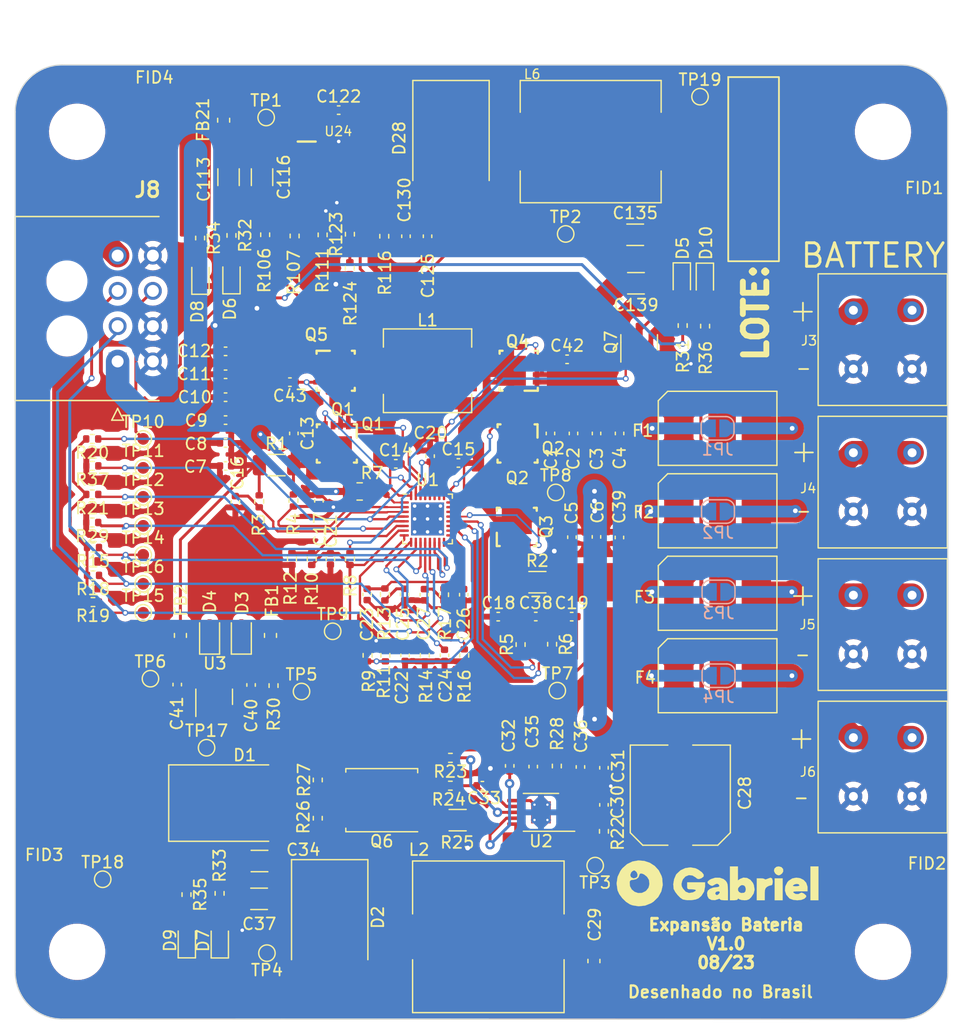
<source format=kicad_pcb>
(kicad_pcb (version 20221018) (generator pcbnew)
  (layers (0 "F.Cu" signal) (31 "B.Cu" signal) (34 "B.Paste" user) (35 "F.Paste" user) (36 "B.SilkS" user "B.Silkscreen") (37 "F.SilkS" user "F.Silkscreen") (38 "B.Mask" user) (39 "F.Mask" user) (44 "Edge.Cuts" user))
  (net 0 "")
  (net 1 "/+12V_OUTPUT_BMS")
  (net 2 "GND")
  (net 3 "/+12V_INPUT_BMS")
  (net 4 "Net-(U1-BTST1)")
  (net 5 "Net-(U1-BTST2)")
  (net 6 "/BATTERY_CONN+")
  (net 7 "/battery_manager/REGN")
  (net 8 "/battery_manager/VDDA")
  (net 9 "Net-(U1-IADPT)")
  (net 10 "Net-(U1-COMP1)")
  (net 11 "Net-(U1-IBAT)")
  (net 12 "Net-(C25-Pad1)")
  (net 13 "Net-(U1-COMP2)")
  (net 14 "Net-(C27-Pad1)")
  (net 15 "Net-(U2-SS)")
  (net 16 "Net-(U2-BP)")
  (net 17 "Net-(U2-ISNS)")
  (net 18 "/Power Management/OUTPUT_+48V")
  (net 19 "Net-(U2-FB)")
  (net 20 "Net-(U2-COMP)")
  (net 21 "Net-(C36-Pad1)")
  (net 22 "Net-(U3-VI)")
  (net 23 "/+3V3_BMS")
  (net 24 "Net-(U24-VIN)")
  (net 25 "Net-(U24-BOOT)")
  (net 26 "Net-(C125-Pad2)")
  (net 27 "Net-(U24-COMP)")
  (net 28 "Net-(D2-A)")
  (net 29 "Net-(D3-K)")
  (net 30 "Net-(D3-A)")
  (net 31 "Net-(D4-A)")
  (net 32 "Net-(D5-K)")
  (net 33 "Net-(D5-A)")
  (net 34 "Net-(D6-A)")
  (net 35 "Net-(D7-A)")
  (net 36 "Net-(D8-A)")
  (net 37 "Net-(D9-A)")
  (net 38 "Net-(D10-A)")
  (net 39 "/+48V_FROM_SYSTEM")
  (net 40 "/BATTERY1+")
  (net 41 "/BATTERY2+")
  (net 42 "/BATTERY3+")
  (net 43 "/BATTERY4+")
  (net 44 "Net-(Q1-G)")
  (net 45 "Net-(Q2-G)")
  (net 46 "Net-(Q3-G)")
  (net 47 "Net-(Q4-G)")
  (net 48 "Net-(Q5-G)")
  (net 49 "Net-(Q6-S-Pad1)")
  (net 50 "Net-(Q6-G)")
  (net 51 "Net-(U1-VBUS)")
  (net 52 "Net-(U1-CELL_BATPRESZ)")
  (net 53 "Net-(U1-ILIM_HIZ)")
  (net 54 "/PROCHOT_BMS")
  (net 55 "Net-(U1-PSYS)")
  (net 56 "/SDA_BMS")
  (net 57 "/SCL_BMS")
  (net 58 "/CHRG_OK_BMS")
  (net 59 "/CMPOUT_BMS")
  (net 60 "Net-(U2-RC)")
  (net 61 "Net-(U2-GDRV)")
  (net 62 "/+48V_TO_SYSTEM")
  (net 63 "Net-(U24-EN)")
  (net 64 "Net-(U24-RT{slash}CLK)")
  (net 65 "Net-(U24-FB)")
  (net 66 "/EN_OTG_BMS")
  (net 68 "Net-(D28-K)")
  (net 69 "Net-(C13-Pad2)")
  (net 70 "Net-(U1-SW1)")
  (net 71 "Net-(U1-SW2)")
  (net 72 "Net-(C18-Pad1)")
  (net 73 "/battery_manager/CSIN+")
  (net 74 "/battery_manager/CSIN-")
  (net 75 "/battery_manager/CSOUT+")
  (net 76 "/battery_manager/CSOUT-")
  (net 77 "/CMPIN_BMS")
  (footprint "Fuse:BSMD2920" (layer "F.Cu") (at 59.881 37.995666 -90)
    (fp_text reference "F2")
    (fp_text value "BSMD2920-600-16V")
  )
  (footprint "Capacitor_SMD:C_Elec_8x5.4" (layer "F.Cu") (at 56.706 62.187 90)
    (fp_text reference "C28")
    (fp_text value "56uF/25V")
  )
  (footprint "Resistor_SMD:R_0402_1005Metric" (layer "F.Cu") (at 17.482 70.543 -90)
    (fp_text reference "R33")
    (fp_text value "2k2")
  )
  (footprint "Resistor_SMD:R_0402_1005Metric" (layer "F.Cu") (at 34.9528 50.294 -90)
    (fp_text reference "R14")
    (fp_text value "137k")
  )
  (footprint "Resistor_SMD:R_0402_1005Metric" (layer "F.Cu") (at 58.818 22.2865 90)
    (fp_text reference "R36")
    (fp_text value "2k2")
  )
  (footprint "Package_SON:DNH0008A" (layer "F.Cu") (at 27.463501 32.267999 -90)
    (fp_text reference "Q1")
    (fp_text value "CSD17551Q3A")
  )
  (footprint "Inductor_SMD:L_0603_1608Metric" (layer "F.Cu") (at 17.826 4.768 -90)
    (fp_text reference "FB21")
    (fp_text value "FerriteBead_Small")
  )
  (footprint "Capacitor_SMD:C_0402_1005Metric" (layer "F.Cu") (at 33.2332 45.112 -90)
    (fp_text reference "C25")
    (fp_text value "1800pF")
  )
  (footprint "Capacitor_SMD:C_1206_3216Metric" (layer "F.Cu") (at 52.866 14.513)
    (fp_text reference "C135")
    (fp_text value "47uF/16V")
  )
  (footprint "Capacitor_SMD:C_0402_1005Metric" (layer "F.Cu") (at 37.813 33.929)
    (fp_text reference "C15")
    (fp_text value "47nF/25V")
  )
  (footprint "Fiducial:Fiducial_1mm_Mask2mm" (layer "F.Cu") (at 77.711 70.005)
    (fp_text reference "FID2")
    (fp_text value "Fiducial")
  )
  (footprint "Inductor_SMD:L_0603_1608Metric" (layer "F.Cu") (at 14.145 48.5995 -90)
    (fp_text reference "FB2")
    (fp_text value "FerriteBead_Small")
  )
  (footprint "Resistor_SMD:R_0402_1005Metric" (layer "F.Cu") (at 26.254332 14.521 90)
    (fp_text reference "R111")
    (fp_text value "162k")
  )
  (footprint "Resistor_SMD:R_1206_3216Metric" (layer "F.Cu") (at 22.329 34.107)
    (fp_text reference "R1")
    (fp_text value "10m")
  )
  (footprint "Capacitor_SMD:C_0402_1005Metric" (layer "F.Cu") (at 41.203 47.001 180)
    (fp_text reference "C18")
    (fp_text value "33nF/25V")
  )
  (footprint "Capacitor_SMD:C_0402_1005Metric" (layer "F.Cu") (at 47.479 40.241 -90)
    (fp_text reference "C5")
    (fp_text value "4.7uF/25V")
  )
  (footprint "Resistor_SMD:R_0402_1005Metric" (layer "F.Cu") (at 50.205 65.266 90)
    (fp_text reference "R22")
    (fp_text value "681kOhm")
  )
  (footprint "Resistor_SMD:R_0402_1005Metric" (layer "F.Cu") (at 31.5956 50.294 90)
    (fp_text reference "R11")
    (fp_text value "100k")
  )
  (footprint "Package_SO:MSOP-10-1EP_3x3mm_P0.5mm_EP1.68x1.88mm_ThermalVias" (layer "F.Cu") (at 44.842 63.65 180)
    (fp_text reference "U2")
    (fp_text value "TPS40210DGQ")
  )
  (footprint "Resistor_SMD:R_0402_1005Metric" (layer "F.Cu") (at 56.908 22.2375 90)
    (fp_text reference "R31")
    (fp_text value "2k2")
  )
  (footprint "TestPoint:TestPoint_Pad_D1.0mm" (layer "F.Cu") (at 10.976 44.207)
    (fp_text reference "TP16")
    (fp_text value "~")
  )
  (footprint "Package_TO_SOT_SMD:SOT-23" (layer "F.Cu") (at 17.018 53.8175 90)
    (fp_text reference "U3")
    (fp_text value "LM3480-3.3")
  )
  (footprint "MountingHole:MountingHole_4.3mm_M4" (layer "F.Cu") (at 5.353 5.751)
    (fp_text reference "MK1" hide)
    (fp_text value "Mounting_Hole")
  )
  (footprint "Capacitor_SMD:C_0402_1005Metric" (layer "F.Cu") (at 47.067 25.108)
    (fp_text reference "C42")
    (fp_text value "150PF/25V")
  )
  (footprint "Capacitor_SMD:C_0402_1005Metric" (layer "F.Cu") (at 32.483 34.001)
    (fp_text reference "C14")
    (fp_text value "47nF/25V")
  )
  (footprint "LED_SMD:LED_0603_1608Metric" (layer "F.Cu") (at 14.691 74.5445 90)
    (fp_text reference "D9")
    (fp_text value "LED")
  )
  (footprint "Capacitor_SMD:C_0402_1005Metric" (layer "F.Cu") (at 49.574 31.416 90)
    (fp_text reference "C3")
    (fp_text value "4.7uF/25V")
  )
  (footprint "Capacitor_SMD:C_0402_1005Metric" (layer "F.Cu") (at 38.269 45.136 -90)
    (fp_text reference "C26")
    (fp_text value "15pF")
  )
  (footprint "Capacitor_SMD:C_0402_1005Metric" (layer "F.Cu") (at 13.875 52.78 -90)
    (fp_text reference "C41")
    (fp_text value "0.1uF/25V")
  )
  (footprint "Resistor_SMD:R_0402_1005Metric" (layer "F.Cu") (at 37.134 59.015 180)
    (fp_text reference "R23")
    (fp_text value "11.3 Ohm")
  )
  (footprint "Fuse:BSMD2920" (layer "F.Cu") (at 59.881 30.98 -90)
    (fp_text reference "F1")
    (fp_text value "BSMD2920-600-16V")
  )
  (footprint "Capacitor_SMD:C_0402_1005Metric" (layer "F.Cu") (at 26.917 42.095 -90)
    (fp_text reference "C21")
    (fp_text value "1uF/25V")
  )
  (footprint "TestPoint:TestPoint_Pad_D1.0mm" (layer "F.Cu") (at 46.947 14.443)
    (fp_text reference "TP2")
    (fp_text value "TestPoint")
  )
  (footprint "Fiducial:Fiducial_1mm_Mask2mm" (layer "F.Cu") (at 2.549 69.273)
    (fp_text reference "FID3")
    (fp_text value "Fiducial")
  )
  (footprint "Fuse:BSMD2920" (layer "F.Cu") (at 59.881 45.011332 -90)
    (fp_text reference "F3")
    (fp_text value "BSMD2920-600-16V")
  )
  (footprint "TestPoint:TestPoint_Pad_D1.0mm" (layer "F.Cu") (at 27.109 48.248)
    (fp_text reference "TP9")
    (fp_text value "TestPoint")
  )
  (footprint "TestPoint:TestPoint_Pad_D1.0mm" (layer "F.Cu") (at 10.976 31.877)
    (fp_text reference "TP10")
    (fp_text value "~")
  )
  (footprint "Capacitor_SMD:C_0402_1005Metric" (layer "F.Cu") (at 51.522 40.267 -90)
    (fp_text reference "C39")
    (fp_text value "4.7uF/25V")
  )
  (footprint "Resistor_SMD:R_0402_1005Metric" (layer "F.Cu") (at 23.642 42.095 90)
    (fp_text reference "R12")
    (fp_text value "220k")
  )
  (footprint "Capacitor_SMD:C_1206_3216Metric" (layer "F.Cu") (at 18.244 9.614 90)
    (fp_text reference "C113")
    (fp_text value "2.2uF/100V")
  )
  (footprint "Capacitor_SMD:C_0402_1005Metric" (layer "F.Cu") (at 17.99 32.229 180)
    (fp_text reference "C8")
    (fp_text value "4.7uF/25V")
  )
  (footprint "Capacitor_SMD:C_0402_1005Metric" (layer "F.Cu") (at 27.62 3.909)
    (fp_text reference "C122")
    (fp_text value "100nF/100V")
  )
  (footprint "TestPoint:TestPoint_Pad_D1.0mm" (layer "F.Cu") (at 21.446 4.536)
    (fp_text reference "TP1")
    (fp_text value "TestPoint")
  )
  (footprint "Resistor_SMD:R_1206_3216Metric" (layer "F.Cu") (at 37.7475 64.315)
    (fp_text reference "R25")
    (fp_text value "4m Ohm")
  )
  (footprint "Resistor_SMD:R_0402_1005Metric" (layer "F.Cu") (at 25.325 42.095 -90)
    (fp_text reference "R10")
    (fp_text value "383k")
  )
  (footprint "Inductor_SMD:MHCC10040-8R2M-R7" (layer "F.Cu") (at 49.075 6.589)
    (fp_text reference "L6")
    (fp_text value "8.2uH")
  )
  (footprint "Package_TO_SOT_SMD:SOT-23" (layer "F.Cu") (at 53.202 23.665 90)
    (fp_text reference "Q7")
    (fp_text value "PDTC143ZT")
  )
  (footprint "Capacitor_SMD:C_0402_1005Metric" (layer "F.Cu") (at 49.567 40.215 -90)
    (fp_text reference "C6")
    (fp_text value "4.7uF/25V")
  )
  (footprint "Resistor_SMD:R_0402_1005Metric" (layer "F.Cu") (at 46.1935 59.71 90)
    (fp_text reference "R28")
    (fp_text value "18.7kOhm")
  )
  (footprint "TestPoint:TestPoint_Pad_D1.0mm" (layer "F.Cu") (at 16.371 58.155)
    (fp_text reference "TP17")
    (fp_text value "TestPoint")
  )
  (footprint "Package_DFN_QFN:Texas_S-PWQFN-N32_EP2.8x2.8mm_ThermalVias" (layer "F.Cu") (at 35.186 38.689)
    (fp_text reference "U1")
    (fp_text value "BQ25713RSNR")
  )
  (footprint "TestPoint:TestPoint_Pad_D1.0mm" (layer "F.Cu") (at 10.976 39.275)
    (fp_text reference "TP13")
    (fp_text value "~")
  )
  (footprint "Capacitor_SMD:C_0402_1005Metric" (layer "F.Cu") (at 39.854 61.383)
    (fp_text reference "C33")
    (fp_text value "470pF/50V")
  )
  (footprint "Capacitor_SMD:C_0402_1005Metric" (layer "F.Cu") (at 51.5355 31.416 90)
    (fp_text reference "C4")
    (fp_text value "4.7uF/25V")
  )
  (footprint "Capacitor_SMD:C_1206_3216Metric" (layer "F.Cu") (at 52.931 18.64 180)
    (fp_text reference "C139")
    (fp_text value "47uF/16V")
  )
  (footprint "Fiducial:Fiducial_1mm_Mask2mm" (layer "F.Cu") (at 77.467 12.536)
    (fp_text reference "FID1")
    (fp_text value "Fiducial")
  )
  (footprint "Resistor_SMD:R_0402_1005Metric" (layer "F.Cu") (at 28.57 17.354 -90)
    (fp_text reference "R124")
    (fp_text value "4k3")
  )
  (footprint "TestPoint:TestPoint_Pad_D1.0mm" (layer "F.Cu") (at 10.976 41.741)
    (fp_text reference "TP14")
    (fp_text value "~")
  )
  (footprint "Diode_SMD:D_SMC" (layer "F.Cu") (at 18.059 62.863)
    (fp_text reference "D1")
    (fp_text value "ACDBC560")
  )
  (footprint "TestPoint:TestPoint_Pad_D1.0mm" (layer "F.Cu") (at 46.234 53.294)
    (fp_text reference "TP7")
    (fp_text value "TestPoint")
  )
  (footprint "MountingHole:MountingHole_4.3mm_M4" (layer "F.Cu") (at 73.962 75.517)
    (fp_text reference "MK4" hide)
    (fp_text value "Mounting_Hole")
  )
  (footprint "Resistor_SMD:R_0402_1005Metric" (layer "F.Cu") (at 23.769 37.118 90)
    (fp_text reference "R4")
    (fp_text value "4.99")
  )
  (footprint "Capacitor_SMD:C_0402_1005Metric" (layer "F.Cu") (at 17.989 26.382 180)
    (fp_text reference "C11")
    (fp_text value "4.7uF/25V")
  )
  (footprint "Connector:KF235-5.0-2P" (layer "F.Cu") (at 73.942 23.436 -90)
    (fp_text reference "J3")
    (fp_text value "Conn_01x02")
  )
  (footprint "Resistor_SMD:R_0402_1005Metric" (layer "F.Cu") (at 20.854 37.191 -90)
    (fp_text reference "R3")
    (fp_text value "4.99")
  )
  (footprint "Fiducial:Fiducial_1mm_Mask2mm" (layer "F.Cu") (at 11.921 3.134)
    (fp_text reference "FID4")
    (fp_text value "Fiducial")
  )
  (footprint "Capacitor_SMD:C_0402_1005Metric" (layer "F.Cu") (at 33.2742 50.294 -90)
    (fp_text reference "C22")
    (fp_text value "100pF")
  )
  (footprint "Resistor_SMD:R_0402_1005Metric" (layer "F.Cu") (at 15.824 14.7915 -90)
    (fp_text reference "R34")
    (fp_text value "10k")
  )
  (footprint "Fuse:BSMD2920" (layer "F.Cu") (at 59.881 52.027 -90)
    (fp_text reference "F4")
    (fp_text value "BSMD2920-600-16V")
  )
  (footprint "Capacitor_SMD:C_0402_1005Metric" (layer "F.Cu") (at 30.041 45.112 -90)
    (fp_text reference "C23")
    (fp_text value "33pF")
  )
  (footprint "Connector:KF235-5.0-2P" (layer "F.Cu") (at 73.942 47.676 -90)
    (fp_text reference "J5")
    (fp_text value "Conn_01x02")
  )
  (footprint "Diode_SMD:D_SMC" (layer "F.Cu") (at 26.855 72.584 -90)
    (fp_text reference "D2")
    (fp_text value "B370-13-F")
  )
  (footprint "LED_SMD:LED_0603_1608Metric" (layer "F.Cu") (at 56.836 18.3875 -90)
    (fp_text reference "D5")
    (fp_text value "LED")
  )
  (footprint "Capacitor_SMD:C_0402_1005Metric" (layer "F.Cu") (at 18.824 37.226 -90)
    (fp_text reference "C16")
    (fp_text value "33nF/25V")
  )
  (footprint "TestPoint:TestPoint_Pad_D1.0mm" (layer "F.Cu") (at 24.457 53.37)
    (fp_text reference "TP5")
    (fp_text value "TestPoint")
  )
  (footprint "Capacitor_SMD:C_1206_3216Metric" (layer "F.Cu") (at 21.094 9.614 -90)
    (fp_text reference "C116")
    (fp_text value "2.2uF/100V")
  )
  (footprint "Capacitor_SMD:C_1206_3216Metric" (layer "F.Cu") (at 20.878 67.791)
    (fp_text reference "C34")
    (fp_text value "2.2uF/100V")
  )
  (footprint "Capacitor_SMD:C_0402_1005Metric" (layer "F.Cu") (at 17.989 30.28 180)
    (fp_text reference "C9")
    (fp_text value "4.7uF/25V")
  )
  (footprint "MountingHole:MountingHole_4.3mm_M4" (layer "F.Cu") (at 73.962 5.751)
    (fp_text reference "MK3" hide)
    (fp_text value "Mounting_Hole")
  )
  (footprint "Resistor_SMD:R_0402_1005Metric" (layer "F.Cu") (at 28.575 14.465 90)
    (fp_text reference "R123")
    (fp_text value "60k4")
  )
  (footprint "TestPoint:TestPoint_Pad_D1.0mm" (layer "F.Cu") (at 21.5115 75.627 180)
    (fp_text reference "TP4")
    (fp_text value "TestPoint")
  )
  (footprint "LED_SMD:LED_0603_1608Metric" (layer "F.Cu") (at 17.499 74.555 90)
    (fp_text reference "D7")
    (fp_text value "LED")
  )
  (footprint "TestPoint:TestPoint_Pad_D1.0mm" (layer "F.Cu") (at 10.976 46.673)
    (fp_text reference "TP15")
    (fp_text value "~")
  )
  (footprint "Capacitor_SMD:C_0402_1005Metric" (layer "F.Cu") (at 20.161 52.813 -90)
    (fp_text reference "C40")
    (fp_text value "0.1uF/25V")
  )
  (footprint "Capacitor_SMD:C_1206_3216Metric" (layer "F.Cu") (at 20.843 71.008)
    (fp_text reference "C37")
    (fp_text value "2.2uF/100V")
  )
  (footprint "Symbol:gabriel-logo" (layer "F.Cu") (at 59.661 69.689)
    (fp_text reference "G***" hide)
    (fp_text value "LOGO" hide)
  )
  (footprint "Resistor_SMD:R_0402_1005Metric" (layer "F.Cu") (at 30.082 50.294 -90)
    (fp_text reference "R9")
    (fp_text value "140k")
  )
  (footprint "Capacitor_SMD:C_0603_1608Metric" (layer "F.Cu") (at 49.352 76.298 -90)
    (fp_text reference "C29")
    (fp_text value "470nF/25V")
  )
  (footprint "Diode_SMD:D_SOD-323" (layer "F.Cu") (at 19.331 48.577 90)
    (fp_text reference "D3")
    (fp_text value "BAT54HT1G")
  )
  (footprint "Package_SON:DNH0008A" (layer "F.Cu") (at 42.783001 39.367999 90)
    (fp_text reference "Q3")
    (fp_text value "CSD25402Q3A")
  )
  (footprint "Resistor_SMD:R_0402_1005Metric" (layer "F.Cu") (at 6.644 34.176 180)
    (fp_text reference "R37")
    (fp_text value "10k")
  )
  (footprint "Package_SON:DNH0008A" (layer "F.Cu") (at 42.948001 26.082999 180)
    (fp_text reference "Q4")
    (fp_text value "CSD17551Q3A")
  )
  (footprint "Resistor_SMD:R_0402_1005Metric" (layer "F.Cu") (at 37.129 61.383 180)
    (fp_text reference "R24")
    (fp_text value "2.61 ohm")
  )
  (footprint "Package_SON:DNH0008A" (layer "F.Cu") (at 27.3635 26.082999)
    (fp_text reference "Q5")
    (fp_text value "CSD17551Q3A")
  )
  (footprint "Capacitor_SMD:C_0402_1005Metric" (layer "F.Cu") (at 50.205 59.861 -90)
    (fp_text reference "C31")
    (fp_text value "68nF/10V")
  )
  (footprint "Capacitor_SMD:C_0402_1005Metric" (layer "F.Cu") (at 35.403 33.345 90)
    (fp_text reference "C20")
    (fp_text value "2.2uF/16V")
  )
  (footprint "TestPoint:TestPoint_Pad_D1.0mm" (layer "F.Cu") (at 10.976 34.343)
    (fp_text reference "TP11")
    (fp_text value "~")
  )
  (footprint "Inductor_SMD:L_0603_1608Metric" (layer "F.Cu") (at 21.814 48.5995 -90)
    (fp_text reference "FB1")
    (fp_text value "FerriteBead_Small")
  )
  (footprint "Connector_Molex:43045-08_00,01,02,10_" (layer "F.Cu") (at 8.799 25.288 -90)
    (fp_text reference "J8")
    (fp_text value "43045-0800" hide)
  )
  (footprint "TestPoint:TestPoint_Pad_D1.0mm" (layer "F.Cu") (at 11.594 52.279)
    (fp_text reference "TP6")
    (fp_text value "TestPoint")
  )
  (footprint "Capacitor_SMD:C_0402_1005Metric" (layer "F.Cu") (at 34.9118 45.136 -90)
    (fp_text reference "C27")
    (fp_text value "680pF")
  )
  (footprint "Capacitor_SMD:C_0402_1005Metric" (layer "F.Cu") (at 48.20425 59.789 -90)
    (fp_text reference "C36")
    (fp_text value "22nF/50V")
  )
  (footprint "Resistor_SMD:R_0402_1005Metric" (layer "F.Cu") (at 45.792 49.348 -90)
    (fp_text reference "R6")
    (fp_text value "10 Ohm")
  )
  (footprint "Capacitor_SMD:C_0402_1005Metric" (layer "F.Cu") (at 47.459 47.001)
    (fp_text reference "C19")
    (fp_text value "33nF/25V")
  )
  (footprint "Capacitor_SMD:C_0402_1005Metric" (layer "F.Cu") (at 44.401 46.992)
    (fp_text reference "C38")
    (fp_text value "0.1uF/25V")
  )
  (footprint "Package_SO:SOIC127P600X170-9N" (layer "F.Cu") (at 27.609 9.164)
    (fp_text reference "U24")
    (fp_text value "TPS54360BDDAR" hide)
  )
  (footprint "Resistor_SMD:R_0402_1005Metric" (layer "F.Cu") (at 21.361 14.511 -90)
    (fp_text reference "R106")
    (fp_text value "523k")
  )
  (footprint "Capacitor_SMD:C_0402_1005Metric" (layer "F.Cu") (at 35.186 14.639 -90)
    (fp_text reference "C125")
    (fp_text value "6.8nF/50V")
  )
  (footprint "Resistor_SMD:R_0402_1005Metric" (layer "F.Cu") (at 31.501 14.639 -90)
    (fp_text reference "R116")
    (fp_text value "13k")
  )
  (footprint "LED_SMD:LED_0603_1608Metric" (layer "F.Cu") (at 15.85 18.0905 90)
    (fp_text reference "D8")
    (fp_text value "LED")
  )
  (footprint "Capacitor_SMD:C_0402_1005Metric" (layer "F.Cu") (at 44.18275 59.758 90)
    (fp_text reference "C35")
    (fp_text value "680pF/50V")
  )
  (footprint "Diode_SMD:D_SMC" (layer "F.Cu") (at 37.183 6.299 -90)
    (fp_text reference "D28")
    (fp_text value "B560C")
  )
  (footprint "Capacitor_SMD:C_0402_1005Metric" (layer "F.Cu") (at 50.205 63.014334 90)
    (fp_text reference "C30")
    (fp_text value "100pF/50V")
  )
  (footprint "Capacitor_SMD:C_0402_1005Metric" (layer "F.Cu") (at 17.99 34.178 180)
    (fp_text reference "C7")
    (fp_text value "4.7uF/25V")
  )
  (footprint "LED_SMD:LED_0603_1608Metric" (layer "F.Cu") (at 18.493 18.052 90)
    (fp_text reference "D6")
    (fp_text value "LED")
  )
  (footprint "TestPoint:TestPoint_Pad_D1.0mm" (layer "F.Cu") (at 46.105 36.436)
    (fp_text reference "TP8")
    (fp_text value "TestPoint")
  )
  (footprint "Resistor_SMD:R_1206_3216Metric" (layer "F.Cu") (at 44.539 44.071)
    (fp_text reference "R2")
    (fp_text value "10m")
  )
  (footprint "Inductor_SMD:L_Vishay_IHLP-5050" (layer "F.Cu") (at 40.362 74.239 180)
    (fp_text reference "L2")
    (fp_text value "IHLP5050CEER2R2M01")
  )
  (footprint "Capacitor_SMD:C_0402_1005Metric" (layer "F.Cu") (at 25.939 37.145 90)
    (fp_text reference "C17")
    (fp_text value "33nF/25V")
  )
  (footprint "Resistor_SMD:R_0402_1005Metric" (layer "F.Cu") (at 25.839 60.896 90)
    (fp_text reference "R27")
    (fp_text value "825 Ohm")
  )
  (footprint "Package_TO_SOT_SMD:TDSON-8-1" (layer "F.Cu") (at 31.286 62.614 180)
    (fp_text reference "Q6")
    (fp_text value "NTMFS5C673NLT1G")
  )
  (footprint "Resistor_SMD:R_0402_1005Metric" (layer "F.Cu") (at 14.663 70.647 -90)
    (fp_text reference "R35")
    (fp_text value "10k")
  )
  (footprint "Resistor_SMD:R_0402_1005Metric" (layer "F.Cu") (at 23.869 14.615 -90)
    (fp_text reference "R107")
    (fp_text value "84k5")
  )
  (footprint "Capacitor_SMD:C_0402_1005Metric" (layer "F.Cu") (at 47.6125 31.416 90)
    (fp_text reference "C2")
    (fp_text value "4.7uF/25V")
  )
  (footprint "Resistor_SMD:R_0805_2012Metric" (layer "F.Cu") (at 29.406 36.351)
    (fp_text reference "R7")
    (fp_text value "1 ohm")
  )
  (footprint "TestPoint:TestPoint_Pad_D1.0mm" (layer "F.Cu") (at 58.385 2.766)
    (fp_text reference "TP19")
    (fp_text value "~")
  )
  (footprint "Capacitor_SMD:C_0402_1005Metric" (layer "F.Cu") (at 36.6314 50.294 -90)
    (fp_text reference "C24")
    (fp_text value "100pF")
  )
  (footprint "Resistor_SMD:R_0402_1005Metric" (layer "F.Cu") (at 31.5546 45.112 90)
    (fp_text reference "R13")
    (fp_text value "40.2k")
  )
  (footprint "Resistor_SMD:R_0402_1005Metric" (layer "F.Cu") (at 6.635 31.885 180)
    (fp_text reference "R20")
    (fp_text value "10k")
  )
  (footprint "Resistor_SMD:R_0402_1005Metric" (layer "F.Cu") (at 6.701 41.119 180)
    (fp_text reference "R15")
    (fp_text value "10k")
  )
  (footprint "Capacitor_SMD:C_0402_1005Metric" (layer "F.Cu") (at 45.651 31.416 90)
    (fp_text reference "C1")
    (fp_text value "4.7uF/25V")
  )
  (footprint "Resistor_SMD:R_0402_1005Metric" (layer "F.Cu") (at 38.31 50.294 -90)
    (fp_text reference "R16")
    (fp_text value "30k")
  )
  (footprint "Capacitor_SMD:C_0402_1005Metric" (layer "F.Cu") (at 42.182 59.697 -90)
    (fp_text reference "C32")
    (fp_text value "1uF/16V")
  )
  (footprint "TestPoint:TestPoint_Pad_D1.0mm" (layer "F.Cu") (at 10.976 36.809)
    (fp_text reference "TP12")
    (fp_text value "~")
  )
  (footprint "Resistor_SMD:R_0402_1005Metric" (layer "F.Cu") (at 25.839 64.151 90)
    (fp_text reference "R26")
    (fp_text value "56k")
  )
  (footprint "Package_SON:DNH0008A" (layer "F.Cu") (at 42.848 32.267999 -90)
    (fp_text reference "Q2")
    (fp_text value "CSD17551Q3A")
  )
  (footprint "TestPoint:TestPoint_Pad_D1.0mm" (layer "F.Cu") (at 49.458 68.179 180)
    (fp_text reference "TP3")
    (fp_text value "TestPoint")
  )
  (footprint "LED_SMD:LED_0603_1608Metric" (layer "F.Cu") (at 58.797 18.413 -90)
    (fp_text reference "D10")
    (fp_text value "LED")
  )
  (footprint "TestPoint:TestPoint_Pad_D1.0mm" (layer "F.Cu") (at 7.529 69.342)
    (fp_text reference "TP18")
    (fp_text value "~")
  )
  (footprint "Capacitor_SMD:C_0402_1005Metric" (layer "F.Cu") (at 17.989 24.433 180)
    (fp_text reference "C12")
    (fp_text value "4.7uF/25V")
  )
  (footprint "Connector:KF235-5.0-2P" (layer "F.Cu") (at 73.942 59.796 -90)
    (fp_text reference "J6")
    (fp_text value "Conn_01x02")
  )
  (footprint "Connector:KF235-5.0-2P" (layer "F.Cu") (at 73.942 35.556 -90)
    (fp_text reference "J4")
    (fp_text value "Conn_01x02")
  )
  (footprint "Resistor_SMD:R_0402_1005Metric" (layer "F.Cu") (at 6.639 36.604 180)
    (fp_text reference "R21")
    (fp_text value "10k")
  )
  (footprint "MountingHole:MountingHole_4.3mm_M4" (layer "F.Cu") (at 5.353 75.517)
    (fp_text reference "MK2" hide)
    (fp_text value "Mounting_Hole")
  )
  (footprint "Resistor_SMD:R_0402_1005Metric" (layer "F.Cu") (at 28.582 42.095 -90)
    (fp_text reference "R8")
    (fp_text value "10 Ohm")
  )
  (footprint "Capacitor_SMD:C_0402_1005Metric" (layer "F.Cu") (at 33.3485 14.639 90)
    (fp_text reference "C130")
    (fp_text value "39pF/50V")
  )
  (footprint "Resistor_SMD:R_0402_1005Metric" (layer "F.Cu") (at 43.11 49.375 90)
    (fp_text reference "R5")
    (fp_text value "10 Ohm")
  )
  (footprint "Inductor_SMD:L_Sunlord_MWSA0603S" (layer "F.Cu") (at 35.186 26.082999)
    (fp_text reference "L1")
    (fp_text value "2.2uH / 9.5A")
  )
  (footprint "Resistor_SMD:R_0402_1005Metric" (layer "F.Cu") (at 6.636 38.993 180)
    (fp_text reference "R29")
    (fp_text value "10k")
  )
  (footprint "Capacitor_SMD:C_0402_1005Metric" (layer "F.Cu") (at 23.468 27.051 180)
    (fp_text reference "C43")
    (fp_text value "150PF/25V")
  )
  (footprint "Resistor_SMD:R_0402_1005Metric" (layer "F.Cu") (at 36.5904 45.136 90)
    (fp_text reference "R17")
    (fp_text value "10k")
  )
  (footprint "Resistor_SMD:R_0402_1005Metric" (layer "F.Cu") (at 6.704 43.489 180)
    (fp_text reference "R18")
    (fp_text value "10k")
  )
  (footprint "Capacitor_SMD:C_0402_1005Metric" (layer "F.Cu") (at 17.989 28.331 180)
    (fp_text reference "C10")
    (fp_text value "4.7uF/25V")
  )
  (footprint "Resistor_SMD:R_0402_1005Metric" (layer "F.Cu") (at 22.074 52.866 -90)
    (fp_text reference "R30")
    (fp_text value "10 Ohm")
  )
  (footprint "Resistor_SMD:R_0402_1005Metric" (layer "F.Cu") (at 18.493 14.569 -90)
    (fp_text reference "R32")
    (fp_text value "2k2")
  )
  (footprint "Capacitor_SMD:C_0402_1005Metric" (layer "F.Cu") (at 23.804 31.414 -90)
    (fp_text reference "C13")
    (fp_text value "10uF/25V")
  )
  (footprint "Diode_SMD:D_SOD-323" (layer "F.Cu") (at 16.628 48.577 90)
    (fp_text reference "D4")
    (fp_text value "BAT54HT1G")
  )
  (footprint "Resistor_SMD:R_0402_1005Metric" (layer "F.Cu") (at 6.701 45.761 180)
    (fp_text reference "R19")
    (fp_text value "10k")
  )
  (footprint "Jumper:SolderJumper-2_P1.3mm_Open_RoundedPad1.0x1.5mm" (layer "B.Cu") (at 59.961 52.028)
    (fp_text reference "JP4")
    (fp_text value "~")
  )
  (footprint "Jumper:SolderJumper-2_P1.3mm_Open_RoundedPad1.0x1.5mm" (layer "B.Cu") (at 59.914 38.059)
    (fp_text reference "JP2")
    (fp_text value "~")
  )
  (footprint "Jumper:SolderJumper-2_P1.3mm_Open_RoundedPad1.0x1.5mm" (layer "B.Cu") (at 59.961 44.898)
    (fp_text reference "JP3")
    (fp_text value "~")
  )
  (footprint "Jumper:SolderJumper-2_P1.3mm_Open_RoundedPad1.0x1.5mm" (layer "B.Cu") (at 59.881 30.98)
    (fp_text reference "JP1")
    (fp_text value "~")
  )
  (gr_rect (start 60.787 1.098) (end 65.105 16.766) (stroke (width 0.15)) (fill none) (layer "F.SilkS"))
  (gr_arc (start 79.484 77.258) (mid 78.312456 80.086456) (end 75.484 81.258) (stroke (width 0.1)) (layer "Edge.Cuts"))
  (gr_line (start 75.478 0.064) (end 4.081 0.064) (stroke (width 0.1)) (layer "Edge.Cuts"))
  (gr_arc (start 0.081 4.064) (mid 1.252573 1.235573) (end 4.081 0.064) (stroke (width 0.1)) (layer "Edge.Cuts"))
  (gr_line (start 0.081 4.064) (end 0.084428 77.234573) (stroke (width 0.1)) (layer "Edge.Cuts"))
  (gr_arc (start 75.478 0.064) (mid 78.306427 1.235573) (end 79.478 4.064) (stroke (width 0.1)) (layer "Edge.Cuts"))
  (gr_line (start 4.084427 81.234573) (end 75.484 81.258) (stroke (width 0.1)) (layer "Edge.Cuts"))
  (gr_arc (start 4.084427 81.234573) (mid 1.255992 80.063008) (end 0.084428 77.234573) (stroke (width 0.1)) (layer "Edge.Cuts"))
  (gr_line (start 79.484 77.258) (end 79.478 4.064) (stroke (width 0.1)) (layer "Edge.Cuts"))
  (gr_text "Desenhado no Brasil" (at 60.115 78.929) (layer "F.SilkS") (effects (font (size 1 1) (thickness 0.2))))
  (gr_text "-\n" (at 66.491 38.592) (layer "F.SilkS") (effects (font (size 1 1)) (justify left bottom)))
  (gr_text "-\n" (at 66.286 62.971) (layer "F.SilkS") (effects (font (size 1 1)) (justify left bottom)))
  (gr_text "-\n" (at 66.402 50.81) (layer "F.SilkS") (effects (font (size 1 1)) (justify left bottom)))
  (gr_text "+" (at 65.896 34.048) (layer "F.SilkS") (effects (font (size 2 2)) (justify left bottom)))
  (gr_text "Expansão Bateria\nV1.0\n08/23" (at 60.607 74.826) (layer "F.SilkS") (effects (font (size 1 1) (thickness 0.25) bold)))
  (gr_text "-\n" (at 66.491 26.446) (layer "F.SilkS") (effects (font (size 1 1)) (justify left bottom)))
  (gr_text "+" (at 65.807 46.266) (layer "F.SilkS") (effects (font (size 2 2)) (justify left bottom)))
  (gr_text "LOTE:" (at 63.132 21.164 90) (layer "F.SilkS") (effects (font (size 2 2) (thickness 0.5) bold)))
  (gr_text "+" (at 65.691 58.427) (layer "F.SilkS") (effects (font (size 2 2)) (justify left bottom)))
  (gr_text "+" (at 65.811 22.072) (layer "F.SilkS") (effects (font (size 2 2)) (justify left bottom)))
  (gr_text "BATTERY" (at 73.123 17.451) (layer "F.SilkS") (effects (font (size 2 2) (thickness 0.25)) (justify bottom)))
  (segment (start 41.873001 34.15816) (end 41.873001 33.817998) (width 0.2) (layer "F.Cu") (net 1))
  (segment (start 52.87 61.4385) (end 56.706 65.2745) (width 2) (layer "F.Cu") (net 1))
  (segment (start 15.998 77.105) (end 19.567 80.674) (width 0.4) (layer "F.Cu") (net 1))
  (segment (start 52.87 59.186) (end 52.87 61.4385) (width 2) (layer "F.Cu") (net 1))
  (segment (start 39.642 80.674) (end 46.077 74.239) (width 0.4) (layer "F.Cu") (net 1))
  (segment (start 17.482 70.033) (end 17.425396 70.033) (width 0.4) (layer "F.Cu") (net 1))
  (segment (start 49.405 55.721) (end 52.87 59.186) (width 2) (layer "F.Cu") (net 1))
  (segment (start 15.998 71.460396) (end 15.998 77.105) (width 0.4) (layer "F.Cu") (net 1))
  (segment (start 37.942161 38.089) (end 41.873001 34.15816) (width 0.2) (layer "F.Cu") (net 1))
  (segment (start 19.567 80.674) (end 39.642 80.674) (width 0.4) (layer "F.Cu") (net 1))
  (segment (start 42.692 64.65) (end 42.692 66.5505) (width 0.25) (layer "F.Cu") (net 1))
  (segment (start 37.1735 38.089) (end 37.942161 38.089) (width 0.2) (layer "F.Cu") (net 1))
  (segment (start 17.425396 70.033) (end 15.998 71.460396) (width 0.4) (layer "F.Cu") (net 1))
  (via blind (at 49.398 36.332) (size 0.8) (drill 0.4) (layers "F.Cu" "B.Cu") (net 1))
  (via blind (at 49.405 55.721) (size 0.8) (drill 0.4) (layers "F.Cu" "B.Cu") (net 1))
  (via blind (at 49.409 38.022) (size 0.8) (drill 0.4) (layers "F.Cu" "B.Cu") (net 1))
  (via blind (at 49.396 37.169) (size 0.8) (drill 0.4) (layers "F.Cu" "B.Cu") (net 1))
  (segment (start 49.458 55.668) (end 49.458 36.392) (width 2) (layer "B.Cu") (net 1))
  (segment (start 49.458 36.392) (end 49.398 36.332) (width 2) (layer "B.Cu") (net 1))
  (segment (start 49.405 55.721) (end 49.458 55.668) (width 2) (layer "B.Cu") (net 1))
  (segment (start 44.498 25.758001) (end 45.176999 26.437) (width 0.25) (layer "F.Cu") (net 2))
  (segment (start 26.146 36.665) (end 27.168 37.687) (width 0.25) (layer "F.Cu") (net 2))
  (segment (start 34.9118 45.616) (end 35.5368 46.241) (width 0.25) (layer "F.Cu") (net 2))
  (segment (start 51.163 61.041) (end 50.785 61.419) (width 0.25) (layer "F.Cu") (net 2))
  (segment (start 51.163 60.331391) (end 51.163 61.041) (width 0.25) (layer "F.Cu") (net 2))
  (segment (start 36.013 33.475) (end 36.013 34.272) (width 0.2) (layer "F.Cu") (net 2))
  (segment (start 36.013 8.529) (end 37.183 9.699) (width 0.25) (layer "F.Cu") (net 2))
  (segment (start 35.786 34.499) (end 35.786 36.7015) (width 0.2) (layer "F.Cu") (net 2))
  (segment (start 32.6082 46.217) (end 33.2332 45.592) (width 0.25) (layer "F.Cu") (net 2))
  (segment (start 25.939 36.665) (end 26.146 36.665) (width 0.25) (layer "F.Cu") (net 2))
  (segment (start 35.5368 46.241) (end 37.644 46.241) (width 0.25) (layer "F.Cu") (net 2))
  (segment (start 35.403 32.865) (end 36.013 33.475) (width 0.2) (layer "F.Cu") (net 2))
  (segment (start 50.205 59.381) (end 50.212609 59.381) (width 0.25) (layer "F.Cu") (net 2))
  (segment (start 31.5956 49.784) (end 31.5956 49.7806) (width 0.25) (layer "F.Cu") (net 2))
  (segment (start 33.179 14.03) (end 33.308 14.159) (width 0.25) (layer "F.Cu") (net 2))
  (segment (start 47.547 26.13) (end 47.547 25.108) (width 0.25) (layer "F.Cu") (net 2))
  (segment (start 50.212609 59.381) (end 51.163 60.331391) (width 0.25) (layer "F.Cu") (net 2))
  (segment (start 30.666 46.217) (end 32.6082 46.217) (width 0.25) (layer "F.Cu") (net 2))
  (segment (start 47.24 26.437) (end 47.547 26.13) (width 0.25) (layer "F.Cu") (net 2))
  (segment (start 18.829 37.701) (end 18.824 37.706) (width 0.25) (layer "F.Cu") (net 2))
  (segment (start 31.5956 49.7806) (end 31.5406 49.7806) (width 0.25) (layer "F.Cu") (net 2))
  (segment (start 42.692 62.65) (end 43.942 62.65) (width 0.25) (layer "F.Cu") (net 2))
  (segment (start 36.013 34.272) (end 35.786 34.499) (width 0.2) (layer "F.Cu") (net 2))
  (segment (start 37.644 46.241) (end 38.269 45.616) (width 0.25) (layer "F.Cu") (net 2))
  (segment (start 30.321 8.529) (end 36.013 8.529) (width 0.25) (layer "F.Cu") (net 2))
  (segment (start 30.041 45.592) (end 30.666 46.217) (width 0.25) (layer "F.Cu") (net 2))
  (segment (start 45.176999 26.437) (end 47.24 26.437) (width 0.25) (layer "F.Cu") (net 2))
  (segment (start 43.942 62.65) (end 44.292 63) (width 0.25) (layer "F.Cu") (net 2))
  (segment (start 31.5406 49.7806) (end 30.812 49.052) (width 0.25) (layer "F.Cu") (net 2))
  (via (at 40.537 59.909) (size 0.8) (drill 0.4) (layers "F.Cu" "B.Cu") (net 2))
  (via (at 30.812 49.052) (size 0.5) (drill 0.3) (layers "F.Cu" "B.Cu") (net 2))
  (via (at 20.659 20.767) (size 0.8) (drill 0.4) (layers "F.Cu" "B.Cu") (net 2))
  (via (at 57.609 25.49) (size 0.5) (drill 0.3) (layers "F.Cu" "B.Cu") (net 2))
  (via (at 38.599 66.682) (size 0.8) (drill 0.4) (layers "F.Cu" "B.Cu") (net 2))
  (via (at 17.102 22.226) (size 0.8) (drill 0.4) (layers "F.Cu" "B.Cu") (net 2))
  (via (at 27.461 11.784) (size 0.5) (drill 0.3) (layers "F.Cu" "B.Cu") (net 2))
  (via (at 45.976 41.424) (size 0.8) (drill 0.4) (layers "F.Cu" "B.Cu") (net 2))
  (via (at 19.407 73.679) (size 0.5) (drill 0.3) (layers "F.Cu" "B.Cu") (net 2))
  (via (at 27.623 6.578) (size 0.5) (drill 0.3) (layers "F.Cu" "B.Cu") (net 2))
  (via (at 27.379 18.72) (size 0.8) (drill 0.4) (layers "F.Cu" "B.Cu") (net 2))
  (via (at 26.524 12.487) (size 0.5) (drill 0.3) (layers "F.Cu" "B.Cu") (net 2))
  (via (at 47.499 49.337) (size 0.8) (drill 0.4) (layers "F.Cu" "B.Cu") (net 2))
  (via (at 50.785 61.419) (size 0.5) (drill 0.3) (layers "F.Cu" "B.Cu") (net 2))
  (via (at 27.168 37.687) (size 0.5) (drill 0.3) (layers "F.Cu" "B.Cu") (net 2))
  (segment (start 34.456 18.461) (end 38.474 14.443) (width 0.25) (layer "F.Cu") (net 3))
  (segment (start 38.474 14.443) (end 46.947 14.443) (width 0.25) (layer "F.Cu") (net 3))
  (segment (start 28.4935 36.351) (end 27.375 36.351) (width 0.6) (layer "F.Cu") (net 3))
  (segment (start 49.318 20.778) (end 51.456 18.64) (width 2) (layer "F.Cu") (net 3))
  (segment (start 20.854 36.681) (end 20.854 34.1195) (width 0.25) (layer "F.Cu") (net 3))
  (segment (start 20.495391 34.107) (end 20.8665 34.107) (width 0.25) (layer "F.Cu") (net 3))
  (segment (start 18.493 14.059) (end 24.968 20.534) (width 0.25) (layer "F.Cu") (net 3))
  (segment (start 20.854 34.1195) (end 20.8665 34.107) (width 0.25) (layer "F.Cu") (net 3))
  (segment (start 51.321 14.443) (end 51.391 14.513) (width 0.25) (layer "F.Cu") (net 3))
  (segment (start 28.575 13.955) (end 29.452 14.832) (width 0.25) (layer "F.Cu") (net 3))
  (segment (start 24.968 20.534) (end 24.968 20.778) (width 0.25) (layer "F.Cu") (net 3))
  (segment (start 14.145 47.812) (end 14.145 40.457391) (width 0.25) (layer "F.Cu") (net 3))
  (segment (start 29.452 14.832) (end 29.452 17.414) (width 0.25) (layer "F.Cu") (net 3))
  (segment (start 30.499 18.461) (end 34.456 18.461) (width 0.25) (layer "F.Cu") (net 3))
  (segment (start 20.681 25.065) (end 24.968 20.778) (width 2) (layer "F.Cu") (net 3))
  (segment (start 51.456 8.958) (end 51.456 18.64) (width 1) (layer "F.Cu") (net 3))
  (segment (start 29.452 17.414) (end 30.499 18.461) (width 0.25) (layer "F.Cu") (net 3))
  (segment (start 14.145 40.457391) (end 20.495391 34.107) (width 0.25) (layer "F.Cu") (net 3))
  (segment (start 24.968 20.778) (end 49.318 20.778) (width 2) (layer "F.Cu") (net 3))
  (segment (start 46.947 14.443) (end 51.321 14.443) (width 0.25) (layer "F.Cu") (net 3))
  (segment (start 53.825 6.589) (end 51.456 8.958) (width 1) (layer "F.Cu") (net 3))
  (via (at 20.963 31.491) (size 0.5) (drill 0.3) (layers "F.Cu" "B.Cu") (net 3))
  (via (at 27.375 36.351) (size 0.5) (drill 0.3) (layers "F.Cu" "B.Cu") (net 3))
  (segment (start 27.375 36.351) (end 25.777 36.351) (width 0.6) (layer "B.Cu") (net 3))
  (segment (start 20.963 31.537) (end 20.963 31.491) (width 0.6) (layer "B.Cu") (net 3))
  (segment (start 25.777 36.351) (end 20.963 31.537) (width 0.6) (layer "B.Cu") (net 3))
  (segment (start 34.586 35.624) (end 34.586 36.7015) (width 0.2) (layer "F.Cu") (net 4))
  (segment (start 32.963 34.001) (end 34.586 35.624) (width 0.2) (layer "F.Cu") (net 4))
  (segment (start 36.586 35.192) (end 36.586 36.7015) (width 0.2) (layer "F.Cu") (net 5))
  (segment (start 37.333 34.445) (end 36.586 35.192) (width 0.2) (layer "F.Cu") (net 5))
  (segment (start 37.333 33.929) (end 37.333 34.445) (width 0.2) (layer "F.Cu") (net 5))
  (segment (start 46.241 53.264) (end 28.046 53.264) (width 0.25) (layer "F.Cu") (net 6))
  (segment (start 46.0015 44.071) (end 46.0015 45.8715) (width 0.25) (layer "F.Cu") (net 6))
  (segment (start 48.621 45.378) (end 47.314 44.071) (width 0.25) (layer "F.Cu") (net 6))
  (segment (start 28.046 53.264) (end 22.594 47.812) (width 0.25) (layer "F.Cu") (net 6))
  (segment (start 47.314 44.071) (end 46.0015 44.071) (width 0.25) (layer "F.Cu") (net 6))
  (segment (start 56.581 27.155) (end 56.581 30.98) (width 0.2) (layer "F.Cu") (net 6))
  (segment (start 44.881 46.992) (end 46.97 46.992) (width 0.25) (layer "F.Cu") (net 6))
  (segment (start 58.818 26.703173) (end 58.366173 27.155) (width 0.25) (layer "F.Cu") (net 6))
  (segment (start 48.621 45.378) (end 48.621 50.884) (width 0.25) (layer "F.Cu") (net 6))
  (segment (start 44.881 46.992) (end 44.881 47.927) (width 0.25) (layer "F.Cu") (net 6))
  (segment (start 44.881 47.927) (end 45.792 48.838) (width 0.25) (layer "F.Cu") (net 6))
  (segment (start 46.97 46.992) (end 46.979 47.001) (width 0.25) (layer "F.Cu") (net 6))
  (segment (start 58.818 22.7965) (end 58.818 26.703173) (width 0.25) (layer "F.Cu") (net 6))
  (segment (start 48.621 50.884) (end 46.241 53.264) (width 0.25) (layer "F.Cu") (net 6))
  (segment (start 46.0015 45.8715) (end 44.881 46.992) (width 0.25) (layer "F.Cu") (net 6))
  (segment (start 58.366173 27.155) (end 56.581 27.155) (width 0.25) (layer "F.Cu") (net 6))
  (segment (start 22.594 47.812) (end 21.814 47.812) (width 0.25) (layer "F.Cu") (net 6))
  (via (at 54.291 44.898) (size 0.8) (drill 0.4) (layers "F.Cu" "B.Cu") (net 6))
  (via (at 54.253 52.028) (size 0.8) (drill 0.4) (layers "F.Cu" "B.Cu") (net 6))
  (via (at 54.183 38.059) (size 0.8) (drill 0.4) (layers "F.Cu" "B.Cu") (net 6))
  (via (at 54.309 30.98) (size 0.8) (drill 0.4) (layers "F.Cu" "B.Cu") (net 6))
  (segment (start 59.311 44.898) (end 54.291 44.898) (width 1) (layer "B.Cu") (net 6))
  (segment (start 59.311 52.028) (end 54.253 52.028) (width 1) (layer "B.Cu") (net 6))
  (segment (start 59.264 38.059) (end 54.183 38.059) (width 1) (layer "B.Cu") (net 6))
  (segment (start 59.231 30.98) (end 54.309 30.98) (width 1) (layer "B.Cu") (net 6))
  (segment (start 35.403 33.93) (end 35.403 33.825) (width 0.2) (layer "F.Cu") (net 7))
  (segment (start 35.331 33.897) (end 35.403 33.825) (width 0.2) (layer "F.Cu") (net 7))
  (segment (start 28.586 41.581) (end 28.582 41.585) (width 0.2) (layer "F.Cu") (net 7))
  (segment (start 34.697 33.897) (end 35.331 33.897) (width 0.2) (layer "F.Cu") (net 7))
  (segment (start 35.386 33.842) (end 35.403 33.825) (width 0.2) (layer "F.Cu") (net 7))
  (segment (start 28.586 40.694548) (end 28.586 41.581) (width 0.2) (layer "F.Cu") (net 7))
  (segment (start 35.386 36.7015) (end 35.386 33.842) (width 0.2) (layer "F.Cu") (net 7))
  (via (at 34.697 33.897) (size 0.5) (drill 0.3) (layers "F.Cu" "B.Cu") (net 7))
  (via (at 28.586 40.694548) (size 0.5) (drill 0.3) (layers "F.Cu" "B.Cu") (net 7))
  (segment (start 30.320452 40.694548) (end 33.01 38.005) (width 0.2) (layer "B.Cu") (net 7))
  (segment (start 33.01 36.977318) (end 34.697 35.290318) (width 0.2) (layer "B.Cu") (net 7))
  (segment (start 28.586 40.694548) (end 30.320452 40.694548) (width 0.2) (layer "B.Cu") (net 7))
  (segment (start 33.01 38.005) (end 33.01 36.977318) (width 0.2) (layer "B.Cu") (net 7))
  (segment (start 34.697 35.290318) (end 34.697 33.897) (width 0.2) (layer "B.Cu") (net 7))
  (segment (start 26.315 41.615) (end 26.917 41.615) (width 0.25) (layer "F.Cu") (net 8))
  (segment (start 25.325 42.605) (end 26.315 41.615) (width 0.25) (layer "F.Cu") (net 8))
  (segment (start 27.109 48.248) (end 28.515 48.248) (width 0.2) (layer "F.Cu") (net 8))
  (segment (start 26.917 41.615) (end 27.592 41.615) (width 0.25) (layer "F.Cu") (net 8))
  (segment (start 28.582 48.284) (end 30.082 49.784) (width 0.2) (layer "F.Cu") (net 8))
  (segment (start 28.582 42.605) (end 28.582 43.8116) (width 0.25) (layer "F.Cu") (net 8))
  (segment (start 29.800025 42.605) (end 28.582 42.605) (width 0.2) (layer "F.Cu") (net 8))
  (segment (start 33.1985 39.689) (end 32.716025 39.689) (width 0.2) (layer "F.Cu") (net 8))
  (segment (start 27.592 41.615) (end 28.582 42.605) (width 0.25) (layer "F.Cu") (net 8))
  (segment (start 28.582 48.181) (end 28.582 48.284) (width 0.2) (layer "F.Cu") (net 8))
  (segment (start 28.582 43.8116) (end 28.582 48.181) (width 0.2) (layer "F.Cu") (net 8))
  (segment (start 28.515 48.248) (end 28.582 48.181) (width 0.2) (layer "F.Cu") (net 8))
  (segment (start 32.716025 39.689) (end 29.800025 42.605) (width 0.2) (layer "F.Cu") (net 8))
  (segment (start 31.382359 42.261641) (end 30.733 42.261641) (width 0.2) (layer "F.Cu") (net 9))
  (segment (start 33.2742 49.814) (end 34.9228 49.814) (width 0.2) (layer "F.Cu") (net 9))
  (segment (start 33.1985 40.089) (end 33.1985 40.4455) (width 0.2) (layer "F.Cu") (net 9))
  (segment (start 33.1985 40.4455) (end 31.382359 42.261641) (width 0.2) (layer "F.Cu") (net 9))
  (segment (start 29.431 45.9708) (end 33.2742 49.814) (width 0.2) (layer "F.Cu") (net 9))
  (segment (start 29.431 43.563641) (end 29.431 45.9708) (width 0.2) (layer "F.Cu") (net 9))
  (segment (start 30.733 42.261641) (end 29.431 43.563641) (width 0.2) (layer "F.Cu") (net 9))
  (segment (start 32.1046 44.052) (end 31.5546 44.602) (width 0.2) (layer "F.Cu") (net 10))
  (segment (start 36.586 40.6765) (end 37.668 41.7585) (width 0.2) (layer "F.Cu") (net 10))
  (segment (start 37.311 44.052) (end 32.1046 44.052) (width 0.2) (layer "F.Cu") (net 10))
  (segment (start 37.668 41.7585) (end 37.668 43.695) (width 0.2) (layer "F.Cu") (net 10))
  (segment (start 30.041 44.632) (end 31.5246 44.632) (width 0.25) (layer "F.Cu") (net 10))
  (segment (start 31.5246 44.632) (end 31.5546 44.602) (width 0.25) (layer "F.Cu") (net 10))
  (segment (start 37.668 43.695) (end 37.311 44.052) (width 0.2) (layer "F.Cu") (net 10))
  (segment (start 31.689 42.685) (end 33.6975 40.6765) (width 0.2) (layer "F.Cu") (net 11))
  (segment (start 31.689 43.06) (end 31.689 42.685) (width 0.2) (layer "F.Cu") (net 11))
  (segment (start 33.6975 40.6765) (end 33.786 40.6765) (width 0.2) (layer "F.Cu") (net 11))
  (segment (start 35.981144 49.264256) (end 36.081656 49.264256) (width 0.2) (layer "F.Cu") (net 11))
  (segment (start 36.081656 49.264256) (end 36.6314 49.814) (width 0.2) (layer "F.Cu") (net 11))
  (via (at 35.981144 49.264256) (size 0.5) (drill 0.3) (layers "F.Cu" "B.Cu") (net 11))
  (via (at 31.689 43.06) (size 0.5) (drill 0.3) (layers "F.Cu" "B.Cu") (net 11))
  (segment (start 33.066 46.349112) (end 33.066 44.437) (width 0.2) (layer "B.Cu") (net 11))
  (segment (start 35.981144 49.264256) (end 33.066 46.349112) (width 0.2) (layer "B.Cu") (net 11))
  (segment (start 33.066 44.437) (end 31.689 43.06) (width 0.2) (layer "B.Cu") (net 11))
  (segment (start 32.5446 44.632) (end 33.2332 44.632) (width 0.25) (layer "F.Cu") (net 12))
  (segment (start 31.5546 45.622) (end 32.5446 44.632) (width 0.25) (layer "F.Cu") (net 12))
  (segment (start 38.269 41.1845) (end 38.269 44.656) (width 0.2) (layer "F.Cu") (net 13))
  (segment (start 38.239 44.626) (end 38.269 44.656) (width 0.25) (layer "F.Cu") (net 13))
  (segment (start 37.1735 40.089) (end 38.269 41.1845) (width 0.2) (layer "F.Cu") (net 13))
  (segment (start 36.5904 44.626) (end 38.239 44.626) (width 0.25) (layer "F.Cu") (net 13))
  (segment (start 35.6004 44.656) (end 36.5904 45.646) (width 0.25) (layer "F.Cu") (net 14))
  (segment (start 34.9118 44.656) (end 35.6004 44.656) (width 0.25) (layer "F.Cu") (net 14))
  (segment (start 46.992 64.15) (end 48.286943 64.15) (width 0.25) (layer "F.Cu") (net 15))
  (segment (start 49.57 60.976) (end 50.205 60.341) (width 0.25) (layer "F.Cu") (net 15))
  (segment (start 48.286943 64.15) (end 49.57 62.866943) (width 0.25) (layer "F.Cu") (net 15))
  (segment (start 49.57 62.866943) (end 49.57 60.976) (width 0.25) (layer "F.Cu") (net 15))
  (segment (start 42.182 61.1895) (end 42.182 60.177) (width 0.25) (layer "F.Cu") (net 16))
  (segment (start 42.1695 61.202) (end 42.182 61.1895) (width 0.25) (layer "F.Cu") (net 16))
  (segment (start 41.901315 64.15) (end 40.5085 65.542815) (width 0.25) (layer "F.Cu") (net 16))
  (segment (start 42.692 64.15) (end 41.901315 64.15) (width 0.25) (layer "F.Cu") (net 16))
  (segment (start 40.5085 65.542815) (end 40.5085 66.405) (width 0.25) (layer "F.Cu") (net 16))
  (via (at 42.1695 61.202) (size 0.8) (drill 0.4) (layers "F.Cu" "B.Cu") (net 16))
  (via (at 40.5085 66.405) (size 0.8) (drill 0.4) (layers "F.Cu" "B.Cu") (net 16))
  (segment (start 42.1695 64.744) (end 40.5085 66.405) (width 0.25) (layer "B.Cu") (net 16))
  (segment (start 42.1695 61.202) (end 42.1695 64.744) (width 0.25) (layer "B.Cu") (net 16))
  (segment (start 42.692 63.15) (end 41.901315 63.15) (width 0.25) (layer "F.Cu") (net 17))
  (segment (start 40.001391 62.018) (end 39.374 61.390609) (width 0.25) (layer "F.Cu") (net 17))
  (segment (start 41.642 62.8885) (end 40.7715 62.018) (width 0.25) (layer "F.Cu") (net 17))
  (segment (start 39.374 61.390609) (end 39.374 61.383) (width 0.25) (layer "F.Cu") (net 17))
  (segment (start 41.642 62.890685) (end 41.642 62.8885) (width 0.25) (layer "F.Cu") (net 17))
  (segment (start 37.639 61.383) (end 39.374 61.383) (width 0.25) (layer "F.Cu") (net 17))
  (segment (start 40.7715 62.018) (end 40.001391 62.018) (width 0.25) (layer "F.Cu") (net 17))
  (segment (start 41.901315 63.15) (end 41.642 62.890685) (width 0.25) (layer "F.Cu") (net 17))
  (segment (start 22.2335 72.5185) (end 22.216 72.501) (width 0.25) (layer "F.Cu") (net 18))
  (segment (start 22.2335 72.5185) (end 22.2335 71.0925) (width 0.25) (layer "F.Cu") (net 18))
  (segment (start 22.2335 74.905) (end 22.2335 72.5185) (width 0.25) (layer "F.Cu") (net 18))
  (segment (start 21.5115 75.627) (end 22.2335 74.905) (width 0.25) (layer "F.Cu") (net 18))
  (segment (start 22.2335 71.0925) (end 22.318 71.008) (width 0.25) (layer "F.Cu") (net 18))
  (segment (start 46.992 61.0185) (end 46.1935 60.22) (width 0.25) (layer "F.Cu") (net 19))
  (segment (start 28.905 58.34) (end 25.839 61.406) (width 0.25) (layer "F.Cu") (net 19))
  (segment (start 46.1935 60.22) (end 44.20075 60.22) (width 0.25) (layer "F.Cu") (net 19))
  (segment (start 44.18275 60.238) (end 44.175141 60.238) (width 0.25) (layer "F.Cu") (net 19))
  (segment (start 46.992 62.65) (end 46.992 61.0185) (width 0.25) (layer "F.Cu") (net 19))
  (segment (start 42.277141 58.34) (end 28.905 58.34) (width 0.25) (layer "F.Cu") (net 19))
  (segment (start 44.20075 60.22) (end 44.18275 60.238) (width 0.25) (layer "F.Cu") (net 19))
  (segment (start 44.175141 60.238) (end 42.277141 58.34) (width 0.25) (layer "F.Cu") (net 19))
  (segment (start 25.839 61.406) (end 25.839 63.641) (width 0.25) (layer "F.Cu") (net 19))
  (segment (start 46.992 63.15) (end 47.843 63.15) (width 0.25) (layer "F.Cu") (net 20))
  (segment (start 48.20425 62.78875) (end 48.20425 60.269) (width 0.25) (layer "F.Cu") (net 20))
  (segment (start 48.83925 59.641609) (end 48.83925 58.92025) (width 0.25) (layer "F.Cu") (net 20))
  (segment (start 44.89175 58.569) (end 44.18275 59.278) (width 0.25) (layer "F.Cu") (net 20))
  (segment (start 48.83925 58.92025) (end 48.488 58.569) (width 0.25) (layer "F.Cu") (net 20))
  (segment (start 47.843 63.15) (end 48.20425 62.78875) (width 0.25) (layer "F.Cu") (net 20))
  (segment (start 48.211859 60.269) (end 48.83925 59.641609) (width 0.25) (layer "F.Cu") (net 20))
  (segment (start 48.488 58.569) (end 44.89175 58.569) (width 0.25) (layer "F.Cu") (net 20))
  (segment (start 48.20425 60.269) (end 48.211859 60.269) (width 0.25) (layer "F.Cu") (net 20))
  (segment (start 46.3025 59.309) (end 46.1935 59.2) (width 0.25) (layer "F.Cu") (net 21))
  (segment (start 48.20425 59.309) (end 46.3025 59.309) (width 0.25) (layer "F.Cu") (net 21))
  (segment (start 22.074 53.376) (end 24.451 53.376) (width 0.25) (layer "F.Cu") (net 22))
  (segment (start 24.451 53.376) (end 24.457 53.37) (width 0.25) (layer "F.Cu") (net 22))
  (segment (start 20.153391 52.333) (end 20.161 52.333) (width 0.25) (layer "F.Cu") (net 22))
  (segment (start 21.031 52.333) (end 22.074 53.376) (width 0.25) (layer "F.Cu") (net 22))
  (segment (start 17.968 54.755) (end 17.968 54.518391) (width 0.25) (layer "F.Cu") (net 22))
  (segment (start 20.161 52.333) (end 21.031 52.333) (width 0.25) (layer "F.Cu") (net 22))
  (segment (start 17.968 54.518391) (end 20.153391 52.333) (width 0.25) (layer "F.Cu") (net 22))
  (segment (start 14.14 23.87) (end 14.14 25.544) (width 0.25) (layer "F.Cu") (net 23))
  (segment (start 6.125 45.695) (end 6.191 45.761) (width 0.25) (layer "F.Cu") (net 23))
  (segment (start 14.14 25.544) (end 11.725422 27.958578) (width 0.25) (layer "F.Cu") (net 23))
  (segment (start 6.191 41.119) (end 6.191 43.486) (width 0.25) (layer "F.Cu") (net 23))
  (segment (start 11.594 51.164) (end 11.594 52.279) (width 0.25) (layer "F.Cu") (net 23))
  (segment (start 6.129 36.604) (end 5.033 35.508) (width 0.25) (layer "F.Cu") (net 23))
  (segment (start 4.759 39.687) (end 6.191 41.119) (width 0.25) (layer "F.Cu") (net 23))
  (segment (start 23.029 19.885) (end 18.125 19.885) (width 0.25) (layer "F.Cu") (net 23))
  (segment (start 5.033 32.977) (end 6.125 31.885) (width 0.25) (layer "F.Cu") (net 23))
  (segment (start 6.191 43.486) (end 6.194 43.489) (width 0.25) (layer "F.Cu") (net 23))
  (segment (start 13.882609 52.3) (end 16.068 54.485391) (width 0.25) (layer "F.Cu") (net 23))
  (segment (start 4.759 37.974) (end 6.129 36.604) (width 0.25) (layer "F.Cu") (net 23))
  (segment (start 18.125 19.885) (end 14.14 23.87) (width 0.25) (layer "F.Cu") (net 23))
  (segment (start 4.759 38.962) (end 4.759 37.974) (width 0.25) (layer "F.Cu") (net 23))
  (segment (start 11.615 52.3) (end 11.594 52.279) (width 0.25) (layer "F.Cu") (net 23))
  (segment (start 6.194 43.489) (end 6.194 45.758) (width 0.25) (layer "F.Cu") (net 23))
  (segment (start 6.194 45.758) (end 6.191 45.761) (width 0.25) (layer "F.Cu") (net 23))
  (segment (start 56.91 23.789) (end 56.91 22.7495) (width 0.25) (layer "F.Cu") (net 23))
  (segment (start 13.875 52.3) (end 11.615 52.3) (width 0.25) (layer "F.Cu") (net 23))
  (segment (start 56.91 22.7495) (end 56.908 22.7475) (width 0.25) (layer "F.Cu") (net 23))
  (segment (start 4.759 38.545) (end 4.759 39.687) (width 0.25) (layer "F.Cu") (net 23))
  (segment (start 13.875 52.3) (end 13.882609 52.3) (width 0.25) (layer "F.Cu") (net 23))
  (segment (start 5.033 35.508) (end 5.033 32.977) (width 0.25) (layer "F.Cu") (net 23))
  (segment (start 6.191 45.761) (end 11.594 51.164) (width 0.25) (layer "F.Cu") (net 23))
  (segment (start 16.068 54.485391) (end 16.068 54.755) (width 0.25) (layer "F.Cu") (net 23))
  (via (at 23.029 19.885) (size 0.5) (drill 0.3) (layers "F.Cu" "B.Cu") (net 23))
  (via (at 56.91 23.789) (size 0.5) (drill 0.3) (layers "F.Cu" "B.Cu") (net 23))
  (segment (start 55.073 23.789) (end 56.91 23.789) (width 0.25) (layer "B.Cu") (net 23))
  (segment (start 23.029 19.885) (end 25.864 17.05) (width 0.25) (layer "B.Cu") (net 23))
  (segment (start 25.864 17.05) (end 48.334 17.05) (width 0.25) (layer "B.Cu") (net 23))
  (segment (start 48.334 17.05) (end 55.073 23.789) (width 0.25) (layer "B.Cu") (net 23))
  (segment (start 24.897 8.529) (end 21.484 8.529) (width 0.5) (layer "F.Cu") (net 24))
  (segment (start 21.446 4.536) (end 21.446 7.787) (width 0.5) (layer "F.Cu") (net 24))
  (segment (start 21.446 7.787) (end 21.094 8.139) (width 0.5) (layer "F.Cu") (net 24))
  (segment (start 21.484 8.529) (end 21.094 8.139) (width 0.5) (layer "F.Cu") (net 24))
  (segment (start 22.444 12.918) (end 22.444 9.489) (width 0.5) (layer "F.Cu") (net 24))
  (segment (start 21.361 14.001) (end 22.444 12.918) (width 0.5) (layer "F.Cu") (net 24))
  (segment (start 22.444 9.489) (end 21.094 8.139) (width 0.5) (layer "F.Cu") (net 24))
  (segment (start 27.14 3.909) (end 27.14 5.016) (width 0.5) (layer "F.Cu") (net 25))
  (segment (start 27.14 5.016) (end 24.897 7.259) (width 0.5) (layer "F.Cu") (net 25))
  (segment (start 32.712 16.261) (end 33.973 16.261) (width 0.25) (layer "F.Cu") (net 26))
  (segment (start 31.501 15.05) (end 32.712 16.261) (width 0.25) (layer "F.Cu") (net 26))
  (segment (start 33.973 16.261) (end 35.186 15.048) (width 0.25) (layer "F.Cu") (net 26))
  (segment (start 31.501 14.129) (end 32.491 15.119) (width 0.25) (layer "F.Cu") (net 27))
  (segment (start 30.7585 9.799) (end 31.501 10.5415) (width 0.25) (layer "F.Cu") (net 27))
  (segment (start 32.491 15.119) (end 33.3485 15.119) (width 0.25) (layer "F.Cu") (net 27))
  (segment (start 31.501 10.5415) (end 31.501 14.03) (width 0.25) (layer "F.Cu") (net 27))
  (segment (start 30.321 9.799) (end 30.7585 9.799) (width 0.25) (layer "F.Cu") (net 27))
  (segment (start 19.331 49.627) (end 22.06 52.356) (width 0.25) (layer "F.Cu") (net 29))
  (segment (start 22.06 52.356) (end 22.074 52.356) (width 0.25) (layer "F.Cu") (net 29))
  (segment (start 16.628 49.627) (end 19.331 49.627) (width 0.25) (layer "F.Cu") (net 29))
  (segment (start 19.331 47.527) (end 19.954 47.527) (width 0.25) (layer "F.Cu") (net 30))
  (segment (start 19.954 47.527) (end 21.814 49.387) (width 0.25) (layer "F.Cu") (net 30))
  (segment (start 14.768 49.387) (end 16.628 47.527) (width 0.25) (layer "F.Cu") (net 31))
  (segment (start 14.145 49.387) (end 14.768 49.387) (width 0.25) (layer "F.Cu") (net 31))
  (segment (start 53.202 22.7275) (end 55.771 20.1585) (width 0.25) (layer "F.Cu") (net 32))
  (segment (start 55.771 18.665) (end 56.836 17.6) (width 0.25) (layer "F.Cu") (net 32))
  (segment (start 55.771 20.1585) (end 55.771 18.665) (width 0.25) (layer "F.Cu") (net 32))
  (segment (start 56.908 21.7275) (end 56.908 19.247) (width 0.4) (layer "F.Cu") (net 33))
  (segment (start 56.908 19.247) (end 56.836 19.175) (width 0.4) (layer "F.Cu") (net 33))
  (segment (start 18.493 15.079) (end 18.493 17.2645) (width 0.25) (layer "F.Cu") (net 34))
  (segment (start 17.482 71.053) (end 17.482 73.7505) (width 0.4) (layer "F.Cu") (net 35))
  (segment (start 17.482 73.7505) (end 17.499 73.7675) (width 0.4) (layer "F.Cu") (net 35))
  (segment (start 15.824 15.3015) (end 15.824 17.277) (width 0.25) (layer "F.Cu") (net 36))
  (segment (start 15.824 17.277) (end 15.85 17.303) (width 0.25) (layer "F.Cu") (net 36))
  (segment (start 14.663 73.729) (end 14.691 73.757) (width 0.4) (layer "F.Cu") (net 37))
  (segment (start 14.663 71.157) (end 14.663 73.729) (width 0.4) (layer "F.Cu") (net 37))
  (segment (start 58.818 19.2215) (end 58.797 19.2005) (width 0.4) (layer "F.Cu") (net 38))
  (segment (start 58.818 21.7765) (end 58.818 19.2215) (width 0.4) (layer "F.Cu") (net 38))
  (segment (start 15.824 14.2815) (end 15.824 5.9825) (width 0.25) (layer "F.Cu") (net 39))
  (segment (start 15.824 5.9825) (end 17.826 3.9805) (width 0.25) (layer "F.Cu") (net 39))
  (segment (start 15.835 14.2705) (end 15.824 14.2815) (width 0.25) (layer "F.Cu") (net 39))
  (segment (start 8.799 27.551) (end 11.0275 29.7795) (width 2) (layer "B.Cu") (net 39))
  (segment (start 8.799 25.288) (end 8.799 27.551) (width 2) (layer "B.Cu") (net 39))
  (segment (start 15.434 28.323) (end 15.434 7.392) (width 2) (layer "B.Cu") (net 39))
  (segment (start 11.0275 29.7795) (end 11.042 29.765) (width 2) (layer "B.Cu") (net 39))
  (segment (start 13.992 29.765) (end 15.434 28.323) (width 2) (layer "B.Cu") (net 39))
  (segment (start 11.042 29.765) (end 13.992 29.765) (width 2) (layer "B.Cu") (net 39))
  (segment (start 66.231 26.147) (end 71.442 20.936) (width 2) (layer "F.Cu") (net 40))
  (segment (start 71.442 20.936) (end 76.442 20.936) (width 2) (layer "F.Cu") (net 40))
  (segment (start 66.231 30.98) (end 63.181 30.98) (width 2) (layer "F.Cu") (net 40))
  (segment (start 66.231 30.98) (end 66.231 26.147) (width 2) (layer "F.Cu") (net 40))
  (via (at 66.231 30.98) (size 0.8) (drill 0.4) (layers "F.Cu" "B.Cu") (net 40))
  (segment (start 66.231 30.98) (end 60.531 30.98) (width 1) (layer "B.Cu") (net 40))
  (segment (start 66.502334 37.995666) (end 63.181 37.995666) (width 2) (layer "F.Cu") (net 41))
  (segment (start 71.442 33.056) (end 66.502334 37.995666) (width 2) (layer "F.Cu") (net 41))
  (segment (start 76.442 33.056) (end 71.442 33.056) (width 2) (layer "F.Cu") (net 41))
  (via (at 66.502334 37.995666) (size 0.8) (drill 0.4) (layers "F.Cu" "B.Cu") (net 41))
  (segment (start 66.502334 37.995666) (end 66.439 38.059) (width 1) (layer "B.Cu") (net 41))
  (segment (start 66.439 38.059) (end 60.564 38.059) (width 1) (layer "B.Cu") (net 41))
  (segment (start 66.202 44.891) (end 63.301332 44.891) (width 1) (layer "F.Cu") (net 42))
  (segment (start 66.322332 45.011332) (end 63.181 45.011332) (width 2) (layer "F.Cu") (net 42))
  (segment (start 66.487 45.176) (end 66.202 44.891) (width 2) (layer "F.Cu") (net 42))
  (segment (start 71.442 45.176) (end 66.487 45.176) (width 2) (layer "F.Cu") (net 42))
  (segment (start 76.442 45.176) (end 71.442 45.176) (width 2) (layer "F.Cu") (net 42))
  (segment (start 66.487 45.176) (end 66.322332 45.011332) (width 2) (layer "F.Cu") (net 42))
  (segment (start 63.301332 44.891) (end 63.181 45.011332) (width 1) (layer "F.Cu") (net 42))
  (via (at 66.202 44.891) (size 0.8) (drill 0.4) (layers "F.Cu" "B.Cu") (net 42))
  (segment (start 60.611 44.898) (end 66.195 44.898) (width 1) (layer "B.Cu") (net 42))
  (segment (start 66.195 44.898) (end 66.202 44.891) (width 1) (layer "B.Cu") (net 42))
  (segment (start 66.21 52.026) (end 63.182 52.026) (width 1) (layer "F.Cu") (net 43))
  (segment (start 63.182 52.026) (end 63.181 52.027) (width 1) (layer "F.Cu") (net 43))
  (segment (start 76.442 57.296) (end 71.442 57.296) (width 2) (layer "F.Cu") (net 43))
  (segment (start 71.442 57.296) (end 66.173 52.027) (width 2) (layer "F.Cu") (net 43))
  (segment (start 65.952 52.026) (end 63.182 52.026) (width 1) (layer "F.Cu") (net 43))
  (segment (start 66.173 52.027) (end 63.181 52.027) (width 2) (layer "F.Cu") (net 43))
  (segment (start 66.21 52.026) (end 65.952 52.026) (width 1) (layer "F.Cu") (net 43))
  (via (at 66.21 52.026) (size 0.8) (drill 0.4) (layers "F.Cu" "B.Cu") (net 43))
  (segment (start 66.21 52.026) (end 60.613 52.026) (width 1) (layer "B.Cu") (net 43))
  (segment (start 60.613 52.026) (end 60.611 52.028) (width 1) (layer "B.Cu") (net 43))
  (segment (start 33.670686 35.949686) (end 32.861 35.14) (width 0.2) (layer "F.Cu") (net 44))
  (segment (start 34.186 36.7015) (end 34.186 35.949686) (width 0.2) (layer "F.Cu") (net 44))
  (segment (start 26.472 29.697) (end 26.472 30.701498) (width 0.15) (layer "F.Cu") (net 44))
  (segment (start 34.186 35.949686) (end 33.670686 35.949686) (width 0.2) (layer "F.Cu") (net 44))
  (segment (start 26.472 30.701498) (end 26.488502 30.718) (width 0.15) (layer "F.Cu") (net 44))
  (segment (start 32.861 35.14) (end 32.892 35.171) (width 0.15) (layer "F.Cu") (net 44))
  (segment (start 32.892 35.171) (end 32.91 35.171) (width 0.15) (layer "F.Cu") (net 44))
  (via (at 26.472 29.697) (size 0.5) (drill 0.3) (layers "F.Cu" "B.Cu") (net 44))
  (via (at 32.91 35.171) (size 0.5) (drill 0.3) (layers "F.Cu" "B.Cu") (net 44))
  (segment (start 31.904 35.171) (end 26.472 29.739) (width 0.15) (layer "B.Cu") (net 44))
  (segment (start 32.91 35.171) (end 31.904 35.171) (width 0.15) (layer "B.Cu") (net 44))
  (segment (start 26.472 29.739) (end 26.472 29.697) (width 0.15) (layer "B.Cu") (net 44))
  (segment (start 40.492 31.661) (end 40.492 31.183) (width 0.2) (layer "F.Cu") (net 45))
  (segment (start 37.626 35.715) (end 37.626 35.701) (width 0.2) (layer "F.Cu") (net 45))
  (segment (start 40.492 31.183) (end 40.957 30.718) (width 0.2) (layer "F.Cu") (net 45))
  (segment (start 37.1735 37.289) (end 37.1735 36.1675) (width 0.2) (layer "F.Cu") (net 45))
  (segment (start 37.1735 36.1675) (end 37.626 35.715) (width 0.2) (layer "F.Cu") (net 45))
  (segment (start 40.957 30.718) (end 41.873001 30.718) (width 0.2) (layer "F.Cu") (net 45))
  (via (at 40.492 31.661) (size 0.5) (drill 0.3) (layers "F.Cu" "B.Cu") (net 45))
  (via (at 37.626 35.701) (size 0.5) (drill 0.3) (layers "F.Cu" "B.Cu") (net 45))
  (segment (start 37.626 35.701) (end 40.492 32.835) (width 0.2) (layer "B.Cu") (net 45))
  (segment (start 40.492 32.835) (end 40.492 31.661) (width 0.2) (layer "B.Cu") (net 45))
  (segment (start 38.779 38.489) (end 38.779 38.363) (width 0.15) (layer "F.Cu") (net 46))
  (segment (start 37.1735 38.489) (end 38.779 38.489) (width 0.15) (layer "F.Cu") (net 46))
  (segment (start 44.648 40.917998) (end 43.758 40.917998) (width 0.15) (layer "F.Cu") (net 46))
  (via (at 44.648 40.917998) (size 0.5) (drill 0.3) (layers "F.Cu" "B.Cu") (net 46))
  (via (at 38.779 38.363) (size 0.5) (drill 0.3) (layers "F.Cu" "B.Cu") (net 46))
  (segment (start 42.792 38.405) (end 42.792 38.363) (width 0.15) (layer "B.Cu") (net 46))
  (segment (start 42.792 38.363) (end 38.779 38.363) (width 0.15) (layer "B.Cu") (net 46))
  (segment (start 44.648 40.917998) (end 44.648 40.261) (width 0.15) (layer "B.Cu") (net 46))
  (segment (start 44.648 40.261) (end 42.792 38.405) (width 0.15) (layer "B.Cu") (net 46))
  (segment (start 36.726 30.905) (end 37.231 30.4) (width 0.2) (layer "F.Cu") (net 47))
  (segment (start 44.376 23.887) (end 44.376 24.986) (width 0.15) (layer "F.Cu") (net 47))
  (segment (start 36.186 36.7015) (end 36.186 34.664686) (width 0.2) (layer "F.Cu") (net 47))
  (segment (start 46.574 25.121) (end 46.587 25.108) (width 0.2) (layer "F.Cu") (net 47))
  (segment (start 36.726 34.124686) (end 36.726 30.905) (width 0.2) (layer "F.Cu") (net 47))
  (segment (start 36.186 34.664686) (end 36.726 34.124686) (width 0.2) (layer "F.Cu") (net 47))
  (segment (start 44.498 25.108) (end 44.498 25.121) (width 0.2) (layer "F.Cu") (net 47))
  (segment (start 44.376 24.986) (end 44.498 25.108) (width 0.15) (layer "F.Cu") (net 47))
  (segment (start 37.241 30.4) (end 37.25 30.409) (width 0.15) (layer "F.Cu") (net 47))
  (segment (start 37.231 30.4) (end 37.241 30.4) (width 0.15) (layer "F.Cu") (net 47))
  (segment (start 44.498 25.121) (end 46.574 25.121) (width 0.25) (layer "F.Cu") (net 47))
  (via (at 44.376 23.887) (size 0.5) (drill 0.3) (layers "F.Cu" "B.Cu") (net 47))
  (via (at 37.25 30.409) (size 0.5) (drill 0.3) (layers "F.Cu" "B.Cu") (net 47))
  (segment (start 37.25 30.409) (end 43.772 23.887) (width 0.15) (layer "B.Cu") (net 47))
  (segment (start 43.772 23.887) (end 44.376 23.887) (width 0.15) (layer "B.Cu") (net 47))
  (segment (start 33.594 32.948254) (end 33.074 32.428254) (width 0.2) (layer "F.Cu") (net 48))
  (segment (start 33.594 34.066314) (end 33.594 32.948254) (width 0.2) (layer "F.Cu") (net 48))
  (segment (start 33.104 30.94) (end 33.11 30.934) (width 0.15) (layer "F.Cu") (net 48))
  (segment (start 34.986 35.458314) (end 33.594 34.066314) (width 0.2) (layer "F.Cu") (net 48))
  (segment (start 34.986 36.7015) (end 34.986 35.458314) (width 0.2) (layer "F.Cu") (net 48))
  (segment (start 23.954998 27.057998) (end 23.948 27.051) (width 0.2) (layer "F.Cu") (net 48))
  (segment (start 24.889 27.057998) (end 23.954998 27.057998) (width 0.25) (layer "F.Cu") (net 48))
  (segment (start 33.074 32.428254) (end 33.074 30.94) (width 0.2) (layer "F.Cu") (net 48))
  (segment (start 25.813501 27.057998) (end 24.889 27.057998) (width 0.25) (layer "F.Cu") (net 48))
  (segment (start 33.074 30.94) (end 33.104 30.94) (width 0.15) (layer "F.Cu") (net 48))
  (via (at 24.889 27.057998) (size 0.5) (drill 0.3) (layers "F.Cu" "B.Cu") (net 48))
  (via (at 33.11 30.934) (size 0.5) (drill 0.3) (layers "F.Cu" "B.Cu") (net 48))
  (segment (start 33.11 30.934) (end 28.696 30.934) (width 0.15) (layer "B.Cu") (net 48))
  (segment (start 28.696 30.934) (end 24.889 27.127) (width 0.15) (layer "B.Cu") (net 48))
  (segment (start 24.889 27.127) (end 24.889 27.057998) (width 0.15) (layer "B.Cu") (net 48))
  (segment (start 34.186 64.519) (end 34.186 61.979) (width 0.7) (layer "F.Cu") (net 49))
  (segment (start 36.081 64.519) (end 36.285 64.315) (width 0.7) (layer "F.Cu") (net 49))
  (segment (start 34.186 64.519) (end 36.081 64.519) (width 0.7) (layer "F.Cu") (net 49))
  (segment (start 36.023 61.979) (end 36.619 61.383) (width 0.7) (layer "F.Cu") (net 49))
  (segment (start 34.186 61.979) (end 36.023 61.979) (width 0.7) (layer "F.Cu") (net 49))
  (segment (start 34.186 60.709) (end 34.93 60.709) (width 0.7) (layer "F.Cu") (net 50))
  (segment (start 34.93 60.709) (end 36.624 59.015) (width 0.7) (layer "F.Cu") (net 50))
  (segment (start 32.341 37.289) (end 31.662 36.61) (width 0.2) (layer "F.Cu") (net 51))
  (segment (start 31.662 36.61) (end 31.403 36.351) (width 0.6) (layer "F.Cu") (net 51))
  (segment (start 31.403 36.351) (end 30.3185 36.351) (width 0.6) (layer "F.Cu") (net 51))
  (segment (start 33.1985 37.289) (end 32.341 37.289) (width 0.15) (layer "F.Cu") (net 51))
  (segment (start 37.735 39.689) (end 38.311 40.265) (width 0.2) (layer "F.Cu") (net 52))
  (segment (start 37.1735 39.689) (end 37.839 39.689) (width 0.2) (layer "F.Cu") (net 52))
  (segment (start 37.1735 39.689) (end 37.735 39.689) (width 0.2) (layer "F.Cu") (net 52))
  (segment (start 30.841 50.804) (end 31.778 50.804) (width 0.25) (layer "F.Cu") (net 52))
  (segment (start 38.311 40.265) (end 38.365 40.265) (width 0.2) (layer "F.Cu") (net 52))
  (segment (start 30.082 50.804) (end 30.841 50.804) (width 0.25) (layer "F.Cu") (net 52))
  (via (at 38.365 40.265) (size 0.5) (drill 0.3) (layers "F.Cu" "B.Cu") (net 52))
  (via (at 30.841 50.804) (size 0.5) (drill 0.3) (layers "F.Cu" "B.Cu") (net 52))
  (segment (start 37.040818 50.804) (end 30.841 50.804) (width 0.2) (layer "B.Cu") (net 52))
  (segment (start 39.011 48.833818) (end 37.040818 50.804) (width 0.2) (layer "B.Cu") (net 52))
  (segment (start 39.011 40.911) (end 39.011 48.833818) (width 0.2) (layer "B.Cu") (net 52))
  (segment (start 38.365 40.265) (end 39.011 40.911) (width 0.2) (layer "B.Cu") (net 52))
  (segment (start 31.694339 40.145) (end 27.118871 40.145) (width 0.2) (layer "F.Cu") (net 53))
  (segment (start 25.325 41.585) (end 23.642 41.585) (width 0.25) (layer "F.Cu") (net 53))
  (segment (start 33.1985 39.289) (end 32.550339 39.289) (width 0.2) (layer "F.Cu") (net 53))
  (segment (start 25.678871 41.585) (end 25.325 41.585) (width 0.2) (layer "F.Cu") (net 53))
  (segment (start 32.550339 39.289) (end 31.694339 40.145) (width 0.2) (layer "F.Cu") (net 53))
  (segment (start 27.118871 40.145) (end 25.678871 41.585) (width 0.2) (layer "F.Cu") (net 53))
  (segment (start 34.211454 43.136246) (end 34.586 42.7617) (width 0.2) (layer "F.Cu") (net 54))
  (segment (start 34.586 42.7617) (end 34.586 40.6765) (width 0.2) (layer "F.Cu") (net 54))
  (segment (start 7.833 41.741) (end 10.976 41.741) (width 0.2) (layer "F.Cu") (net 54))
  (segment (start 7.211 41.119) (end 7.833 41.741) (width 0.2) (layer "F.Cu") (net 54))
  (via (at 34.211454 43.136246) (size 0.5) (drill 0.3) (layers "F.Cu" "B.Cu") (net 54))
  (via (at 9.481 41.741) (size 0.5) (drill 0.3) (layers "F.Cu" "B.Cu") (net 54))
  (segment (start 33.251264 42.176056) (end 34.211454 43.136246) (width 0.2) (layer "B.Cu") (net 54))
  (segment (start 9.481 41.741) (end 9.176 42.046) (width 0.2) (layer "B.Cu") (net 54))
  (segment (start 9.916056 42.176056) (end 33.251264 42.176056) (width 0.2) (layer "B.Cu") (net 54))
  (segment (start 9.481 41.741) (end 9.916056 42.176056) (width 0.2) (layer "B.Cu") (net 54))
  (segment (start 32.526 42.978) (end 33.516056 41.987944) (width 0.2) (layer "F.Cu") (net 55))
  (segment (start 33.516056 41.987944) (end 33.516056 41.986944) (width 0.2) (layer "F.Cu") (net 55))
  (segment (start 38.31 49.263) (end 38.057 49.01) (width 0.2) (layer "F.Cu") (net 55))
  (segment (start 34.186 41.317) (end 34.186 40.6765) (width 0.2) (layer "F.Cu") (net 55))
  (segment (start 33.516056 41.986944) (end 34.186 41.317) (width 0.2) (layer "F.Cu") (net 55))
  (segment (start 38.31 49.784) (end 38.31 49.263) (width 0.2) (layer "F.Cu") (net 55))
  (via (at 32.526 42.978) (size 0.5) (drill 0.3) (layers "F.Cu" "B.Cu") (net 55))
  (via (at 38.057 49.01) (size 0.5) (drill 0.3) (layers "F.Cu" "B.Cu") (net 55))
  (segment (start 33.466 45.972) (end 36.504 49.01) (width 0.2) (layer "B.Cu") (net 55))
  (segment (start 32.526 42.978) (end 33.466 43.918) (width 0.2) (layer "B.Cu") (net 55))
  (segment (start 36.504 49.01) (end 38.057 49.01) (width 0.2) (layer "B.Cu") (net 55))
  (segment (start 33.466 43.918) (end 33.466 45.972) (width 0.2) (layer "B.Cu") (net 55))
  (segment (start 7.214 43.489) (end 7.932 44.207) (width 0.2) (layer "F.Cu") (net 56))
  (segment (start 32.62 47.316) (end 34.487 47.316) (width 0.2) (layer "F.Cu") (net 56))
  (segment (start 34.636 47.316) (end 35.186 46.766) (width 0.2) (layer "F.Cu") (net 56))
  (segment (start 7.932 44.207) (end 10.976 44.207) (width 0.2) (layer "F.Cu") (net 56))
  (segment (start 6.586 21.501) (end 8.799 19.288) (width 0.25) (layer "F.Cu") (net 56))
  (segment (start 6.586 26.714) (end 6.586 21.501) (width 0.25) (layer "F.Cu") (net 56))
  (segment (start 34.986 43.4975) (end 34.986 40.6765) (width 0.2) (layer "F.Cu") (net 56))
  (segment (start 34.487 47.316) (end 34.636 47.316) (width 0.2) (layer "F.Cu") (net 56))
  (segment (start 34.981 43.5025) (end 34.986 43.4975) (width 0.2) (layer "F.Cu") (net 56))
  (via (at 6.586 26.714) (size 0.5) (drill 0.3) (layers "F.Cu" "B.Cu") (net 56))
  (via (at 32.62 47.316) (size 0.5) (drill 0.3) (layers "F.Cu" "B.Cu") (net 56))
  (via (at 35.186 46.766) (size 0.5) (drill 0.3) (layers "F.Cu" "B.Cu") (net 56))
  (via (at 34.981 43.5025) (size 0.5) (drill 0.3) (layers "F.Cu" "B.Cu") (net 56))
  (via (at 9.532 44.207) (size 0.5) (drill 0.3) (layers "F.Cu" "B.Cu") (net 56))
  (segment (start 35.186 43.7075) (end 34.981 43.5025) (width 0.2) (layer "B.Cu") (net 56))
  (segment (start 29.534 44.23) (end 32.62 47.316) (width 0.2) (layer "B.Cu") (net 56))
  (segment (start 9.532 44.123) (end 4.723 39.314) (width 0.25) (layer "B.Cu") (net 56))
  (segment (start 5.76 27.54) (end 6.586 26.714) (width 0.25) (layer "B.Cu") (net 56))
  (segment (start 9.532 44.207) (end 29.534 44.207) (width 0.2) (layer "B.Cu") (net 56))
  (segment (start 35.186 46.766) (end 35.186 43.7075) (width 0.2) (layer "B.Cu") (net 56))
  (segment (start 4.723 28.574) (end 5.757 27.54) (width 0.25) (layer "B.Cu") (net 56))
  (segment (start 9.532 44.207) (end 9.532 44.123) (width 0.25) (layer "B.Cu") (net 56))
  (segment (start 5.757 27.54) (end 5.76 27.54) (width 0.25) (layer "B.Cu") (net 56))
  (segment (start 4.723 39.314) (end 4.723 28.574) (width 0.25) (layer "B.Cu") (net 56))
  (segment (start 29.534 44.207) (end 29.534 44.23) (width 0.2) (layer "B.Cu") (net 56))
  (segment (start 8.123 46.673) (end 9.445 46.673) (width 0.2) (layer "F.Cu") (net 57))
  (segment (start 36.285 47.144) (end 35.093 48.336) (width 0.2) (layer "F.Cu") (net 57))
  (segment (start 7.211 45.761) (end 8.123 46.673) (width 0.2) (layer "F.Cu") (net 57))
  (segment (start 33.731 48.336) (end 33.628 48.233) (width 0.2) (layer "F.Cu") (net 57))
  (segment (start 35.386 42.975586) (end 35.386 40.6765) (width 0.2) (layer "F.Cu") (net 57))
  (segment (start 35.612896 43.202482) (end 35.386 42.975586) (width 0.2) (layer "F.Cu") (net 57))
  (segment (start 9.445 46.673) (end 10.976 46.673) (width 0.2) (layer "F.Cu") (net 57))
  (segment (start 35.093 48.336) (end 33.731 48.336) (width 0.2) (layer "F.Cu") (net 57))
  (via (at 33.628 48.233) (size 0.5) (drill 0.3) (layers "F.Cu" "B.Cu") (net 57))
  (via (at 9.445 46.673) (size 0.5) (drill 0.3) (layers "F.Cu" "B.Cu") (net 57))
  (via (at 35.612896 43.202482) (size 0.5) (drill 0.3) (layers "F.Cu" "B.Cu") (net 57))
  (via (at 36.285 47.144) (size 0.5) (drill 0.3) (layers "F.Cu" "B.Cu") (net 57))
  (segment (start 33.628 48.233) (end 31.137 48.233) (width 0.2) (layer "B.Cu") (net 57))
  (segment (start 29.577 46.673) (end 9.445 46.673) (width 0.2) (layer "B.Cu") (net 57))
  (segment (start 9.434 46.673) (end 9.445 46.673) (width 0.25) (layer "B.Cu") (net 57))
  (segment (start 31.137 48.233) (end 29.577 46.673) (width 0.2) (layer "B.Cu") (net 57))
  (segment (start 8.799 22.796) (end 3.687 27.908) (width 0.25) (layer "B.Cu") (net 57))
  (segment (start 35.736 46.435) (end 35.736 46.595) (width 0.2) (layer "B.Cu") (net 57))
  (segment (start 3.687 27.908) (end 3.687 40.926) (width 0.25) (layer "B.Cu") (net 57))
  (segment (start 35.612896 43.202482) (end 35.736 43.325586) (width 0.2) (layer "B.Cu") (net 57))
  (segment (start 8.799 22.288) (end 8.799 22.796) (width 0.25) (layer "B.Cu") (net 57))
  (segment (start 35.736 46.595) (end 36.285 47.144) (width 0.2) (layer "B.Cu") (net 57))
  (segment (start 35.736 43.325586) (end 35.736 46.435) (width 0.2) (layer "B.Cu") (net 57))
  (segment (start 3.687 40.926) (end 9.434 46.673) (width 0.25) (layer "B.Cu") (net 57))
  (segment (start 30.2855 38.711291) (end 31.725402 38.711291) (width 0.2) (layer "F.Cu") (net 58))
  (segment (start 10.351 20.736) (end 10.351 31.252) (width 0.25) (layer "F.Cu") (net 58))
  (segment (start 9.351 31.877) (end 10.985 31.877) (width 0.2) (layer "F.Cu") (net 58))
  (segment (start 11.799 19.288) (end 10.351 20.736) (width 0.25) (layer "F.Cu") (net 58))
  (segment (start 52.059 26.754) (end 52.059 24.7955) (width 0.2) (layer "F.Cu") (net 58))
  (segment (start 7.145 31.885) (end 7.153 31.877) (width 0.2) (layer "F.Cu") (net 58))
  (segment (start 31.725402 38.711291) (end 31.947693 38.489) (width 0.2) (layer "F.Cu") (net 58))
  (segment (start 7.153 31.877) (end 9.351 31.877) (width 0.2) (layer "F.Cu") (net 58))
  (segment (start 52.059 24.7955) (end 52.252 24.6025) (width 0.2) (layer "F.Cu") (net 58))
  (segment (start 10.351 31.252) (end 10.976 31.877) (width 0.25) (layer "F.Cu") (net 58))
  (segment (start 31.947693 38.489) (end 33.1985 38.489) (width 0.2) (layer "F.Cu") (net 58))
  (via (at 9.351 31.877) (size 0.5) (drill 0.3) (layers "F.Cu" "B.Cu") (net 58))
  (via (at 30.2855 38.711291) (size 0.5) (drill 0.3) (layers "F.Cu" "B.Cu") (net 58))
  (via (at 52.059 26.754) (size 0.5) (drill 0.3) (layers "F.Cu" "B.Cu") (net 58))
  (segment (start 30.2855 38.711291) (end 25.222291 38.711291) (width 0.2) (layer "B.Cu") (net 58))
  (segment (start 35.741 31.512) (end 36.924818 31.512) (width 0.2) (layer "B.Cu") (net 58))
  (segment (start 9.351 31.877) (end 9.342 31.886) (width 0.2) (layer "B.Cu") (net 58))
  (segment (start 25.222291 38.711291) (end 18.388 31.877) (width 0.2) (layer "B.Cu") (net 58))
  (segment (start 41.58 26.848) (end 41.674 26.754) (width 0.2) (layer "B.Cu") (net 58))
  (segment (start 18.388 31.877) (end 9.351 31.877) (width 0.2) (layer "B.Cu") (net 58))
  (segment (start 41.58 26.856818) (end 41.58 26.848) (width 0.2) (layer "B.Cu") (net 58))
  (segment (start 36.924818 31.512) (end 41.58 26.856818) (width 0.2) (layer "B.Cu") (net 58))
  (segment (start 33.676 35.320791) (end 33.676 33.577) (width 0.2) (layer "B.Cu") (net 58))
  (segment (start 33.676 33.577) (end 35.741 31.512) (width 0.2) (layer "B.Cu") (net 58))
  (segment (start 41.674 26.754) (end 52.059 26.754) (width 0.2) (layer "B.Cu") (net 58))
  (segment (start 30.2855 38.711291) (end 33.676 35.320791) (width 0.2) (layer "B.Cu") (net 58))
  (segment (start 10.976 36.809) (end 9.435 36.809) (width 0.2) (layer "F.Cu") (net 59))
  (segment (start 36.656 41.855842) (end 36.656 42.679) (width 0.2) (layer "F.Cu") (net 59))
  (segment (start 36.656 42.679) (end 36.831 42.854) (width 0.2) (layer "F.Cu") (net 59))
  (segment (start 36.186 40.6765) (end 36.186 41.385842) (width 0.2) (layer "F.Cu") (net 59))
  (segment (start 7.354 36.809) (end 9.435 36.809) (width 0.2) (layer "F.Cu") (net 59))
  (segment (start 7.149 36.604) (end 7.354 36.809) (width 0.2) (layer "F.Cu") (net 59))
  (segment (start 36.186 41.385842) (end 36.656 41.855842) (width 0.2) (layer "F.Cu") (net 59))
  (via (at 36.831 42.854) (size 0.5) (drill 0.3) (layers "F.Cu" "B.Cu") (net 59))
  (via (at 9.435 36.809) (size 0.5) (drill 0.3) (layers "F.Cu" "B.Cu") (net 59))
  (segment (start 36.071952 41.244048) (end 36.831 42.003096) (width 0.2) (layer "B.Cu") (net 59))
  (segment (start 9.435 36.809) (end 17.87 36.809) (width 0.2) (layer "B.Cu") (net 59))
  (segment (start 22.286048 41.244048) (end 36.071952 41.244048) (width 0.2) (layer "B.Cu") (net 59))
  (segment (start 9.435 36.809) (end 9.278 36.966) (width 0.2) (layer "B.Cu") (net 59))
  (segment (start 21.982866 40.921866) (end 21.982866 40.940866) (width 0.2) (layer "B.Cu") (net 59))
  (segment (start 36.831 42.003096) (end 36.831 42.854) (width 0.2) (layer "B.Cu") (net 59))
  (segment (start 17.87 36.809) (end 21.982866 40.921866) (width 0.2) (layer "B.Cu") (net 59))
  (segment (start 21.982866 40.940866) (end 22.286048 41.244048) (width 0.2) (layer "B.Cu") (net 59))
  (segment (start 46.992 64.65) (end 50.099 64.65) (width 0.25) (layer "F.Cu") (net 60))
  (segment (start 50.205 63.494334) (end 50.205 64.756) (width 0.25) (layer "F.Cu") (net 60))
  (segment (start 50.099 64.65) (end 50.205 64.756) (width 0.25) (layer "F.Cu") (net 60))
  (segment (start 38.8585 59.194) (end 38.6745 59.01) (width 0.25) (layer "F.Cu") (net 61))
  (segment (start 38.6745 59.01) (end 37.649 59.01) (width 0.25) (layer "F.Cu") (net 61))
  (segment (start 42.692 63.65) (end 41.1455 63.65) (width 0.25) (layer "F.Cu") (net 61))
  (segment (start 37.649 59.01) (end 37.644 59.015) (width 0.25) (layer "F.Cu") (net 61))
  (via (at 41.1455 63.65) (size 0.8) (drill 0.4) (layers "F.Cu" "B.Cu") (net 61))
  (via (at 38.8585 59.194) (size 0.8) (drill 0.4) (layers "F.Cu" "B.Cu") (net 61))
  (segment (start 41.1455 63.65) (end 38.8585 61.363) (width 0.25) (layer "B.Cu") (net 61))
  (segment (start 38.8585 61.363) (end 38.8585 59.194) (width 0.25) (layer "B.Cu") (net 61))
  (segment (start 5.111913 13.926) (end 6.437 13.926) (width 2) (layer "F.Cu") (net 62))
  (segment (start 14.659 62.863) (end 1.729 49.933) (width 2) (layer "F.Cu") (net 62))
  (segment (start 1.729 17.308913) (end 5.111913 13.926) (width 2) (layer "F.Cu") (net 62))
  (segment (start 1.729 49.933) (end 1.729 17.308913) (width 2) (layer "F.Cu") (net 62))
  (segment (start 14.663 70.137) (end 14.663 62.867) (width 0.4) (layer "F.Cu") (net 62))
  (segment (start 6.437 13.926) (end 8.799 16.288) (width 2) (layer "F.Cu") (net 62))
  (segment (start 14.663 62.867) (end 14.659 62.863) (width 0.4) (layer "F.Cu") (net 62))
  (segment (start 16.371 61.151) (end 14.659 62.863) (width 0.25) (layer "F.Cu") (net 62))
  (segment (start 16.371 58.155) (end 16.371 61.151) (width 0.25) (layer "F.Cu") (net 62))
  (segment (start 22.825685 15.021) (end 23.741685 14.105) (width 0.5) (layer "F.Cu") (net 63))
  (segment (start 23.6345 9.799) (end 23.436 9.9975) (width 0.5) (layer "F.Cu") (net 63))
  (segment (start 23.741685 14.105) (end 23.869 14.105) (width 0.5) (layer "F.Cu") (net 63))
  (segment (start 23.436 9.9975) (end 23.436 13.672) (width 0.5) (layer "F.Cu") (net 63))
  (segment (start 24.897 9.799) (end 23.6345 9.799) (width 0.5) (layer "F.Cu") (net 63))
  (segment (start 23.436 13.672) (end 23.869 14.105) (width 0.5) (layer "F.Cu") (net 63))
  (segment (start 21.361 15.021) (end 22.825685 15.021) (width 0.5) (layer "F.Cu") (net 63))
  (segment (start 24.978 11.069) (end 24.978 12.734668) (width 0.5) (layer "F.Cu") (net 64))
  (segment (start 24.978 12.734668) (end 26.254332 14.011) (width 0.5) (layer "F.Cu") (net 64))
  (segment (start 24.897 11.069) (end 24.978 11.069) (width 0.5) (layer "F.Cu") (net 64))
  (segment (start 27.93 13.46) (end 30.321 11.069) (width 0.25) (layer "F.Cu") (net 65))
  (segment (start 28.575 14.975) (end 27.93 14.33) (width 0.25) (layer "F.Cu") (net 65))
  (segment (start 27.93 14.33) (end 27.93 13.46) (width 0.25) (layer "F.Cu") (net 65))
  (segment (start 28.57 14.98) (end 28.575 14.975) (width 0.25) (layer "F.Cu") (net 65))
  (segment (start 28.57 16.844) (end 28.57 14.98) (width 0.25) (layer "F.Cu") (net 65))
  (segment (start 7.321 34.343) (end 9.416 34.343) (width 0.2) (layer "F.Cu") (net 66))
  (segment (start 9.416 34.343) (end 10.976 34.343) (width 0.2) (layer "F.Cu") (net 66))
  (segment (start 29.696103 39.514103) (end 31.619897 39.514103) (width 0.2) (layer "F.Cu") (net 66))
  (segment (start 32.245 38.889) (end 33.1985 38.889) (width 0.2) (layer "F.Cu") (net 66))
  (segment (start 7.154 34.176) (end 7.321 34.343) (width 0.2) (layer "F.Cu") (net 66))
  (segment (start 31.619897 39.514103) (end 32.245 38.889) (width 0.2) (layer "F.Cu") (net 66))
  (via (at 29.696103 39.514103) (size 0.5) (drill 0.3) (layers "F.Cu" "B.Cu") (net 66))
  (via (at 9.416 34.343) (size 0.5) (drill 0.3) (layers "F.Cu" "B.Cu") (net 66))
  (segment (start 16.441 34.343) (end 9.416 34.343) (width 0.2) (layer "B.Cu") (net 66))
  (segment (start 29.696103 39.514103) (end 21.612103 39.514103) (width 0.2) (layer "B.Cu") (net 66))
  (segment (start 9.416 34.343) (end 9.333 34.426) (width 0.2) (layer "B.Cu") (net 66))
  (segment (start 21.612103 39.514103) (end 16.441 34.343) (width 0.25) (layer "B.Cu") (net 66))
  (segment (start 28.1 5.038) (end 30.0635 7.0015) (width 0.5) (layer "F.Cu") (net 68))
  (segment (start 30.0635 7.0015) (end 30.321 7.259) (width 0.5) (layer "F.Cu") (net 68))
  (segment (start 28.1 3.909) (end 28.1 5.038) (width 0.5) (layer "F.Cu") (net 68))
  (segment (start 34.166 2.899) (end 30.0635 7.0015) (width 1) (layer "F.Cu") (net 68))
  (segment (start 37.183 2.899) (end 40.635 2.899) (width 1) (layer "F.Cu") (net 68))
  (segment (start 37.183 2.899) (end 34.166 2.899) (width 1) (layer "F.Cu") (net 68))
  (segment (start 40.635 2.899) (end 44.325 6.589) (width 1) (layer "F.Cu") (net 68))
  (segment (start 23.769 36.608) (end 23.769 34.1295) (width 0.25) (layer "F.Cu") (net 69))
  (segment (start 23.769 34.1295) (end 23.7915 34.107) (width 0.25) (layer "F.Cu") (net 69))
  (segment (start 33.786 36.7015) (end 32.7465 36.7015) (width 0.2) (layer "F.Cu") (net 70))
  (segment (start 32.7465 36.7015) (end 32.003 35.958) (width 0.2) (layer "F.Cu") (net 70))
  (segment (start 28.438503 26.513002) (end 28.0085 26.082999) (width 0.25) (layer "F.Cu") (net 70))
  (segment (start 27.138503 30.718) (end 28.438503 30.718) (width 0.25) (layer "F.Cu") (net 70))
  (segment (start 28.438503 30.718) (end 28.72 30.718) (width 0.25) (layer "F.Cu") (net 70))
  (segment (start 32.003 34.001) (end 32.161 33.843) (width 0.25) (layer "F.Cu") (net 70))
  (segment (start 32.003 35.958) (end 32.003 34.001) (width 0.2) (layer "F.Cu") (net 70))
  (segment (start 38.293 37.172475) (end 37.776475 37.689) (width 0.2) (layer "F.Cu") (net 71))
  (segment (start 37.776475 37.689) (end 37.294 37.689) (width 0.2) (layer "F.Cu") (net 71))
  (segment (start 38.293 33.929) (end 38.293 37.172475) (width 0.2) (layer "F.Cu") (net 71))
  (segment (start 43.0765 46.1475) (end 43.921 46.992) (width 0.25) (layer "F.Cu") (net 72))
  (segment (start 43.107999 40.917998) (end 43.107999 44.039501) (width 0.25) (layer "F.Cu") (net 72))
  (segment (start 43.107999 44.039501) (end 43.0765 44.071) (width 0.25) (layer "F.Cu") (net 72))
  (segment (start 43.921 48.054) (end 43.11 48.865) (width 0.25) (layer "F.Cu") (net 72))
  (segment (start 43.912 47.001) (end 41.683 47.001) (width 0.25) (layer "F.Cu") (net 72))
  (segment (start 43.921 46.992) (end 43.912 47.001) (width 0.25) (layer "F.Cu") (net 72))
  (segment (start 43.921 46.992) (end 43.921 48.054) (width 0.25) (layer "F.Cu") (net 72))
  (segment (start 43.0765 44.071) (end 43.0765 46.1475) (width 0.25) (layer "F.Cu") (net 72))
  (segment (start 20.854 37.701) (end 22.049999 38.896999) (width 0.2) (layer "F.Cu") (net 73))
  (segment (start 22.049999 38.896999) (end 22.049999 39.367075) (width 0.2) (layer "F.Cu") (net 73))
  (segment (start 31.782 38.089) (end 31.742 38.129) (width 0.15) (layer "F.Cu") (net 73))
  (segment (start 27.071 39.745) (end 28.687 38.129) (width 0.2) (layer "F.Cu") (net 73))
  (segment (start 18.824 36.746) (end 19.899 36.746) (width 0.25) (layer "F.Cu") (net 73))
  (segment (start 22.049999 39.367075) (end 22.427924 39.745) (width 0.2) (layer "F.Cu") (net 73))
  (segment (start 22.427924 39.745) (end 27.071 39.745) (width 0.2) (layer "F.Cu") (net 73))
  (segment (start 19.899 36.746) (end 20.854 37.701) (width 0.25) (layer "F.Cu") (net 73))
  (segment (start 28.687 38.129) (end 31.742 38.129) (width 0.2) (layer "F.Cu") (net 73))
  (segment (start 33.1985 38.089) (end 31.782 38.089) (width 0.15) (layer "F.Cu") (net 73))
  (segment (start 23.769 37.628) (end 25.936 37.628) (width 0.25) (layer "F.Cu") (net 74))
  (segment (start 28.532 37.679) (end 31.742 37.679) (width 0.2) (layer "F.Cu") (net 74))
  (segment (start 26.916 39.295) (end 28.532 37.679) (width 0.2) (layer "F.Cu") (net 74))
  (segment (start 22.500001 38.896999) (end 22.500001 39.180677) (width 0.2) (layer "F.Cu") (net 74))
  (segment (start 31.752 37.689) (end 31.742 37.679) (width 0.15) (layer "F.Cu") (net 74))
  (segment (start 22.614324 39.295) (end 26.916 39.295) (width 0.2) (layer "F.Cu") (net 74))
  (segment (start 33.1985 37.689) (end 31.752 37.689) (width 0.15) (layer "F.Cu") (net 74))
  (segment (start 22.500001 39.180677) (end 22.614324 39.295) (width 0.2) (layer "F.Cu") (net 74))
  (segment (start 25.936 37.628) (end 25.939 37.625) (width 0.25) (layer "F.Cu") (net 74))
  (segment (start 23.769 37.628) (end 22.500001 38.896999) (width 0.2) (layer "F.Cu") (net 74))
  (segment (start 44.212499 50.987499) (end 43.11 49.885) (width 0.2) (layer "F.Cu") (net 75))
  (segment (start 44.212499 51.226502) (end 44.212499 50.987499) (width 0.2) (layer "F.Cu") (net 75))
  (segment (start 39.429832 38.9125) (end 39.717166 39.199834) (width 0.2) (layer "F.Cu") (net 75))
  (segment (start 37.197 38.9125) (end 39.429832 38.9125) (width 0.2) (layer "F.Cu") (net 75))
  (segment (start 37.1735 38.889) (end 37.197 38.9125) (width 0.12) (layer "F.Cu") (net 75))
  (segment (start 44.113001 51.326) (end 44.212499 51.226502) (width 0.2) (layer "F.Cu") (net 75))
  (via (at 39.717166 39.199834) (size 0.5) (drill 0.3) (layers "F.Cu" "B.Cu") (net 75))
  (via (at 44.113001 51.326) (size 0.5) (drill 0.3) (layers "F.Cu" "B.Cu") (net 75))
  (segment (start 42.2892 51.326) (end 39.883 48.9198) (width 0.2) (layer "B.Cu") (net 75))
  (segment (start 44.113001 51.326) (end 42.2892 51.326) (width 0.2) (layer "B.Cu") (net 75))
  (segment (start 39.717166 39.411967) (end 39.717166 39.199834) (width 0.2) (layer "B.Cu") (net 75))
  (segment (start 39.883 48.9198) (end 39.883 39.577801) (width 0.2) (layer "B.Cu") (net 75))
  (segment (start 39.883 39.577801) (end 39.717166 39.411967) (width 0.2) (layer "B.Cu") (net 75))
  (segment (start 44.662501 50.987499) (end 45.792 49.858) (width 0.2) (layer "F.Cu") (net 76))
  (segment (start 44.616484 51.811601) (end 44.662501 51.765584) (width 0.2) (layer "F.Cu") (net 76))
  (segment (start 37.1735 39.289) (end 38.745668 39.289) (width 0.2) (layer "F.Cu") (net 76))
  (segment (start 38.745668 39.289) (end 39.186834 39.730166) (width 0.2) (layer "F.Cu") (net 76))
  (segment (start 44.662501 51.765584) (end 44.662501 50.987499) (width 0.2) (layer "F.Cu") (net 76))
  (via (at 39.186834 39.730166) (size 0.5) (drill 0.3) (layers "F.Cu" "B.Cu") (net 76))
  (via (at 44.616484 51.811601) (size 0.5) (drill 0.3) (layers "F.Cu" "B.Cu") (net 76))
  (segment (start 39.398967 39.730166) (end 39.186834 39.730166) (width 0.2) (layer "B.Cu") (net 76))
  (segment (start 39.433 39.764199) (end 39.398967 39.730166) (width 0.2) (layer "B.Cu") (net 76))
  (segment (start 44.616484 51.811601) (end 44.207652 52.220433) (width 0.2) (layer "B.Cu") (net 76))
  (segment (start 39.433 49.1062) (end 39.433 39.764199) (width 0.2) (layer "B.Cu") (net 76))
  (segment (start 42.547233 52.220433) (end 39.433 49.1062) (width 0.2) (layer "B.Cu") (net 76))
  (segment (start 44.207652 52.220433) (end 42.547233 52.220433) (width 0.2) (layer "B.Cu") (net 76))
  (segment (start 35.786 41.551528) (end 35.786 40.6765) (width 0.2) (layer "F.Cu") (net 77))
  (segment (start 9.516 39.275) (end 9.535 39.294) (width 0.25) (layer "F.Cu") (net 77))
  (segment (start 36.452625 43.442334) (end 36.452625 43.253443) (width 0.2) (layer "F.Cu") (net 77))
  (segment (start 36.452625 43.253443) (end 36.0855 42.886318) (width 0.2) (layer "F.Cu") (net 77))
  (segment (start 9.554 39.275) (end 10.976 39.275) (width 0.25) (layer "F.Cu") (net 77))
  (segment (start 7.428 39.275) (end 9.516 39.275) (width 0.25) (layer "F.Cu") (net 77))
  (segment (start 36.0855 41.851028) (end 35.786 41.551528) (width 0.2) (layer "F.Cu") (net 77))
  (segment (start 9.535 39.294) (end 9.554 39.275) (width 0.25) (layer "F.Cu") (net 77))
  (segment (start 36.0855 42.886318) (end 36.0855 41.851028) (width 0.2) (layer "F.Cu") (net 77))
  (segment (start 7.146 38.993) (end 7.428 39.275) (width 0.25) (layer "F.Cu") (net 77))
  (via (at 36.452625 43.442334) (size 0.5) (drill 0.3) (layers "F.Cu" "B.Cu") (net 77))
  (via (at 9.535 39.275) (size 0.5) (drill 0.3) (layers "F.Cu" "B.Cu") (net 77))
  (segment (start 9.283 39.469) (end 9.496 39.469) (width 0.2) (layer "B.Cu") (net 77))
  (segment (start 9.496 39.469) (end 9.496 39.256) (width 0.2) (layer "B.Cu") (net 77))
  (segment (start 36.281 42.083) (end 36.281 43.270709) (width 0.2) (layer "B.Cu") (net 77))
  (segment (start 9.477 39.275) (end 18.648 39.275) (width 0.2) (layer "B.Cu") (net 77))
  (segment (start 9.246 39.506) (end 9.283 39.469) (width 0.2) (layer "B.Cu") (net 77))
  (segment (start 21.149056 41.776056) (end 35.974056 41.776056) (width 0.2) (layer "B.Cu") (net 77))
  (segment (start 18.648 39.275) (end 21.149056 41.776056) (width 0.2) (layer "B.Cu") (net 77))
  (segment (start 9.496 39.256) (end 9.477 39.275) (width 0.2) (layer "B.Cu") (net 77))
  (segment (start 35.974056 41.776056) (end 36.281 42.083) (width 0.2) (layer "B.Cu") (net 77))
  (segment (start 36.281 43.270709) (end 36.452625 43.442334) (width 0.2) (layer "B.Cu") (net 77))
  (zone (net 69) (net_name "Net-(C13-Pad2)") (layer "F.Cu") (priority 2) (connect_pads (clearance 0.5)) (min_thickness 0.25) (fill yes (thermal_gap 0.5) (thermal_bridge_width 0.5))
    (polygon (pts (xy 28.944 31.462) (xy 28.973 35.347) (xy 22.769 35.333) (xy 22.74 31.375) (xy 22.754 31.346)))
  )
  (zone (net 39) (net_name "/+48V_FROM_SYSTEM") (layer "F.Cu") (priority 12) (connect_pads (clearance 0.5)) (min_thickness 0.25) (fill yes (thermal_gap 0.5) (thermal_bridge_width 0.5))
    (polygon (pts (xy 14.078 10.497) (xy 14.095 14.666) (xy 16.688 14.682) (xy 16.761 4.601) (xy 18.937 4.572) (xy 18.951 2.483) (xy 14.049 2.468) (xy 14.078 10.486) (xy 14.046 10.484)))
  )
  (zone (net 1) (net_name "/+12V_OUTPUT_BMS") (layer "F.Cu") (priority 4) (connect_pads (clearance 0.5)) (min_thickness 0.25) (fill yes (thermal_gap 0.5) (thermal_bridge_width 0.5))
    (polygon (pts (xy 41.017 31.419) (xy 52.642 31.286) (xy 52.622 40.051) (xy 41.857 40.21) (xy 40.026 38.037) (xy 38.831 36.583) (xy 40.976 34.501)))
  )
  (zone (net 24) (net_name "Net-(U24-VIN)") (layer "F.Cu") (priority 6) (connect_pads (clearance 0.5)) (min_thickness 0.25) (fill yes (thermal_gap 0.5) (thermal_bridge_width 0.5))
    (polygon (pts (xy 16.977 4.874) (xy 22.7 4.823) (xy 22.7 9.282) (xy 16.938 9.282)))
  )
  (zone (net 62) (net_name "/+48V_TO_SYSTEM") (layer "F.Cu") (priority 11) (connect_pads (clearance 0.5)) (min_thickness 0.25) (fill yes (thermal_gap 0.5) (thermal_bridge_width 0.5))
    (polygon (pts (xy 12.242 59.382) (xy 12.242 59.314) (xy 12.242 59.312) (xy 17.754 59.343) (xy 17.754 68.467) (xy 12.251 68.445) (xy 12.253 66.04) (xy 12.271 65.778)))
  )
  (zone (net 3) (net_name "/+12V_INPUT_BMS") (layer "F.Cu") (priority 3) (connect_pads (clearance 0.5)) (min_thickness 0.25) (fill yes (thermal_gap 0.5) (thermal_bridge_width 0.5))
    (polygon (pts (xy 17.989 23.737) (xy 17.989 35.135) (xy 21.836 35.115) (xy 21.852 23.745)))
  )
  (zone (net 6) (net_name "/BATTERY_CONN+") (layer "F.Cu") (priority 10) (connect_pads (clearance 0.5)) (min_thickness 0.25) (fill yes (thermal_gap 0.5) (thermal_bridge_width 0.5))
    (polygon (pts (xy 53.69 26.724) (xy 58.572 26.694) (xy 58.735 56.079) (xy 53.282 56.021) (xy 53.352 45.684) (xy 44.8 45.747) (xy 44.894 42.478) (xy 53.4 42.425) (xy 53.489 26.617)))
  )
  (zone (net 71) (net_name "Net-(U1-SW2)") (layer "F.Cu") (priority 1) (connect_pads (clearance 0.5)) (min_thickness 0.25) (fill yes (thermal_gap 0.5) (thermal_bridge_width 0.5))
    (polygon (pts (xy 36.525 23.779) (xy 36.506 29.363) (xy 37.767 29.384) (xy 37.836 34.65) (xy 40.001 34.659) (xy 40.001 31.342) (xy 40.023 29.915) (xy 42.223 29.92) (xy 42.223 31.307) (xy 44.363 31.293) (xy 44.431 28.439) (xy 43.811 28.452) (xy 43.844 23.75)))
  )
  (zone (net 72) (net_name "Net-(C18-Pad1)") (layer "F.Cu") (priority 5) (connect_pads (clearance 0.5)) (min_thickness 0.25) (fill yes (thermal_gap 0.5) (thermal_bridge_width 0.5))
    (polygon (pts (xy 40.853 40.382) (xy 43.442 40.38) (xy 43.432 42.649) (xy 44.329 42.649) (xy 44.335 45.552) (xy 40.836 45.552)))
  )
  (zone (net 28) (net_name "Net-(D2-A)") (layer "F.Cu") (priority 8) (connect_pads (clearance 0.5)) (min_thickness 0.25) (fill yes (thermal_gap 0.5) (thermal_bridge_width 0.5))
    (polygon (pts (xy 23.4765 74.212) (xy 30.1685 74.212) (xy 30.1645 65.933) (xy 26.9055 65.974) (xy 26.9935 59.408) (xy 33.0805 59.403) (xy 33.1115 67.675) (xy 37.2015 67.551) (xy 37.1395 79.231) (xy 23.5385 79.107)))
  )
  (zone (net 70) (net_name "Net-(U1-SW1)") (layer "F.Cu") (priority 1) (connect_pads (clearance 0.5)) (min_thickness 0.25) (fill yes (thermal_gap 0.5) (thermal_bridge_width 0.5))
    (polygon (pts (xy 26.533 23.779) (xy 33.839 23.787) (xy 33.837 29.354) (xy 32.49 29.354) (xy 32.486 34.62) (xy 30.558 34.627) (xy 30.558 31.39) (xy 26.823 31.401) (xy 26.829 28.14) (xy 26.51 28.114)))
  )
  (zone (net 1) (net_name "/+12V_OUTPUT_BMS") (layer "F.Cu") (priority 9) (connect_pads (clearance 0.5)) (min_thickness 0.25) (fill yes (thermal_gap 0.5) (thermal_bridge_width 0.5))
    (polygon (pts (xy 52.5725 62.159) (xy 60.0895 62.018) (xy 60.1245 68.9) (xy 56.9135 68.935) (xy 56.8075 76.346) (xy 41.4565 76.099) (xy 41.5885 65.358) (xy 43.5755 65.347) (xy 43.5785 65.34) (xy 52.5345 65.2)))
  )
  (zone (net 18) (net_name "/Power Management/OUTPUT_+48V") (layer "F.Cu") (priority 7) (connect_pads (clearance 0.5)) (min_thickness 0.25) (fill yes (thermal_gap 0.5) (thermal_bridge_width 0.5))
    (polygon (pts (xy 19.1415 60.113) (xy 23.9385 60.093) (xy 23.9255 64.18) (xy 26.6815 64.166) (xy 26.6945 66.268) (xy 29.4295 66.268) (xy 29.3865 70.957) (xy 29.3865 73.779) (xy 21.4405 73.823) (xy 21.4405 66.659) (xy 19.1825 66.702)))
  )
  (zone (net 2) (net_name "GND") (layers "F&B.Cu") (connect_pads (clearance 0.5)) (min_thickness 0.25) (fill yes (thermal_gap 0.5) (thermal_bridge_width 0.5))
    (polygon (pts (xy 0 0) (xy 79.55 -0.023) (xy 79.509 81.196) (xy 0.038 81.181)))
  )
)
</source>
